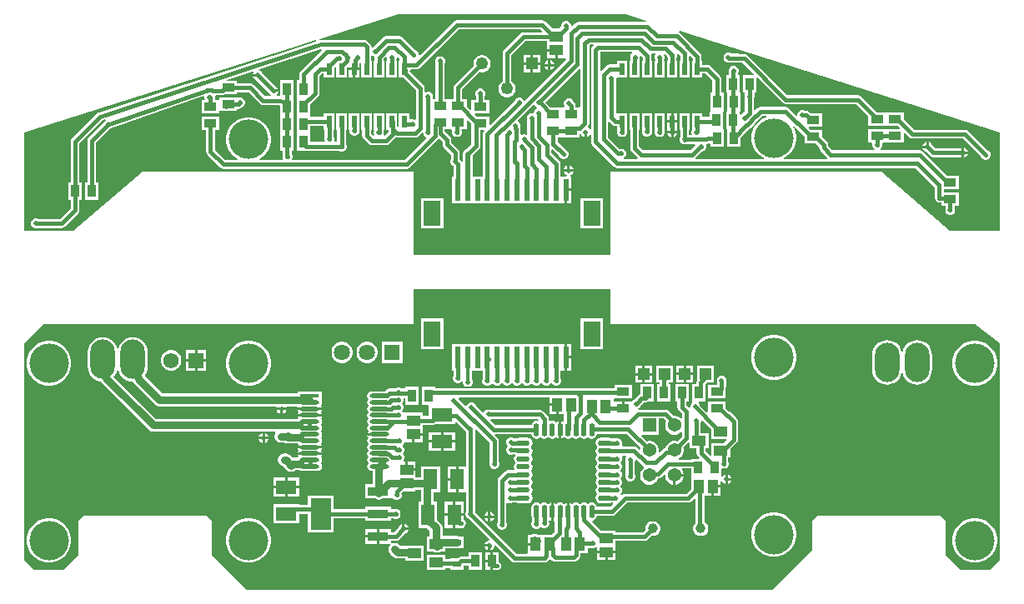
<source format=gtl>
G04*
G04 #@! TF.GenerationSoftware,Altium Limited,Altium Designer,23.10.1 (27)*
G04*
G04 Layer_Physical_Order=1*
G04 Layer_Color=255*
%FSLAX44Y44*%
%MOMM*%
G71*
G04*
G04 #@! TF.SameCoordinates,E985FA8A-299A-4084-AA3F-4317102C53E2*
G04*
G04*
G04 #@! TF.FilePolarity,Positive*
G04*
G01*
G75*
%ADD17R,2.1500X0.9500*%
%ADD18R,2.1500X3.2500*%
%ADD19R,1.3500X1.1000*%
%ADD20R,0.8500X1.3000*%
%ADD21R,0.5800X1.1800*%
%ADD22R,1.3000X0.8500*%
%ADD23R,0.6000X2.2000*%
%ADD24R,1.8000X2.6000*%
%ADD25R,1.9536X0.4321*%
G04:AMPARAMS|DCode=26|XSize=1.9536mm|YSize=0.4321mm|CornerRadius=0.2161mm|HoleSize=0mm|Usage=FLASHONLY|Rotation=0.000|XOffset=0mm|YOffset=0mm|HoleType=Round|Shape=RoundedRectangle|*
%AMROUNDEDRECTD26*
21,1,1.9536,0.0000,0,0,0.0*
21,1,1.5215,0.4321,0,0,0.0*
1,1,0.4321,0.7607,0.0000*
1,1,0.4321,-0.7607,0.0000*
1,1,0.4321,-0.7607,0.0000*
1,1,0.4321,0.7607,0.0000*
%
%ADD26ROUNDEDRECTD26*%
%ADD27R,2.1300X1.4200*%
%ADD28R,1.4200X2.1300*%
%ADD29R,1.4000X1.0000*%
%ADD30R,0.8300X0.6300*%
%ADD31R,1.2000X1.2000*%
%ADD32R,1.1000X1.3500*%
%ADD33O,1.3500X0.5500*%
%ADD34O,0.5500X1.3500*%
%ADD48C,1.5700*%
%ADD49R,1.5700X1.5700*%
%ADD59C,0.3810*%
%ADD60C,0.7620*%
%ADD61C,0.5080*%
%ADD62C,0.3048*%
%ADD63C,1.6350*%
%ADD64R,1.6350X1.6350*%
%ADD65C,4.0000*%
%ADD66O,2.5000X4.0000*%
%ADD67R,1.2500X1.2500*%
%ADD68C,1.2500*%
%ADD69C,1.3700*%
%ADD70R,1.3700X1.3700*%
%ADD71C,1.0070*%
%ADD72C,0.5000*%
G36*
X971210Y963302D02*
X971014Y962032D01*
X902500D01*
X902500Y962032D01*
X900766Y961687D01*
X899295Y960705D01*
X896310Y957719D01*
X895040Y958245D01*
Y959003D01*
X894273Y960855D01*
X892855Y962273D01*
X891003Y963040D01*
X888997D01*
X887145Y962273D01*
X885727Y960855D01*
X884960Y959003D01*
Y957119D01*
X882881Y955040D01*
X876369D01*
X869205Y962205D01*
X867734Y963187D01*
X866000Y963532D01*
X779000D01*
X777266Y963187D01*
X775795Y962205D01*
X741632Y928041D01*
X740362Y928567D01*
Y929681D01*
X739594Y931533D01*
X738177Y932951D01*
X736950Y933459D01*
X724205Y946205D01*
X722734Y947187D01*
X721000Y947532D01*
X707000D01*
X707000Y947532D01*
X705266Y947187D01*
X703795Y946205D01*
X694371Y936781D01*
X693302Y936338D01*
X692952Y936382D01*
X692857Y936420D01*
X691956Y936880D01*
X691687Y938234D01*
X690705Y939705D01*
X688205Y942205D01*
X686734Y943187D01*
X685000Y943532D01*
X641000D01*
X640302Y943393D01*
X639757Y943328D01*
X639488Y944575D01*
X720000Y970000D01*
X950000D01*
X971210Y963302D01*
D02*
G37*
G36*
X865885Y952705D02*
X865399Y951532D01*
X847000D01*
X845266Y951187D01*
X843795Y950205D01*
X843795Y950205D01*
X826795Y933205D01*
X825813Y931734D01*
X825468Y930000D01*
Y901783D01*
X824603Y901284D01*
X822966Y899647D01*
X821809Y897643D01*
X821210Y895407D01*
Y893093D01*
X821809Y890857D01*
X822966Y888853D01*
X824603Y887216D01*
X826607Y886059D01*
X828843Y885460D01*
X831157D01*
X833393Y886059D01*
X835397Y887216D01*
X837034Y888853D01*
X838191Y890857D01*
X838790Y893093D01*
Y895407D01*
X838191Y897643D01*
X837034Y899647D01*
X835397Y901284D01*
X834532Y901783D01*
Y928123D01*
X848877Y942468D01*
X870710D01*
Y934270D01*
X880000D01*
Y933000D01*
X881270D01*
Y924960D01*
X889255D01*
X890128Y924037D01*
X848217Y882127D01*
X846972Y882374D01*
X846773Y882855D01*
X845355Y884273D01*
X843503Y885040D01*
X841497D01*
X839645Y884273D01*
X838227Y882855D01*
X837719Y881629D01*
X813213Y857123D01*
X812040Y857609D01*
Y865790D01*
X800093D01*
X799655Y865877D01*
X799282D01*
X797123Y868037D01*
X797609Y869210D01*
X812040D01*
Y882790D01*
X807532D01*
Y886771D01*
X808040Y887998D01*
Y890003D01*
X807273Y891855D01*
X805855Y893273D01*
X804003Y894040D01*
X801998D01*
X800145Y893273D01*
X798727Y891855D01*
X797960Y890003D01*
Y887998D01*
X798468Y886771D01*
Y882790D01*
X793960D01*
Y872859D01*
X792787Y872373D01*
X789040Y876119D01*
Y883290D01*
X784532D01*
Y893173D01*
X802478Y911118D01*
X803443Y910860D01*
X805757D01*
X807993Y911459D01*
X809997Y912616D01*
X811634Y914253D01*
X812791Y916257D01*
X813390Y918493D01*
Y920807D01*
X812791Y923043D01*
X811634Y925047D01*
X809997Y926684D01*
X807993Y927841D01*
X805757Y928440D01*
X803443D01*
X801207Y927841D01*
X799203Y926684D01*
X797566Y925047D01*
X796409Y923043D01*
X795810Y920807D01*
Y918493D01*
X796068Y917528D01*
X776795Y898255D01*
X775813Y896784D01*
X775468Y895050D01*
Y883290D01*
X766532D01*
Y919771D01*
X767040Y920997D01*
Y923002D01*
X766273Y924855D01*
X764855Y926273D01*
X763002Y927040D01*
X760997D01*
X759145Y926273D01*
X757727Y924855D01*
X756960Y923002D01*
Y920997D01*
X757468Y919771D01*
Y883290D01*
X755707D01*
X754859Y884560D01*
X755040Y884997D01*
Y887002D01*
X754273Y888855D01*
X752855Y890273D01*
X751003Y891040D01*
X748997D01*
X747802Y890545D01*
X746532Y891319D01*
Y894700D01*
X746532Y894700D01*
X746187Y896434D01*
X745205Y897905D01*
X731276Y911833D01*
X731411Y913135D01*
X732310Y913563D01*
X738095D01*
X739829Y913908D01*
X741300Y914890D01*
X780877Y954468D01*
X864123D01*
X865885Y952705D01*
D02*
G37*
G36*
X572585Y911044D02*
X572774Y910663D01*
X572160Y909181D01*
X577089D01*
Y906641D01*
X572160D01*
X572817Y905056D01*
X574234Y903638D01*
X575460Y903130D01*
X588219Y890371D01*
X588727Y889145D01*
X590070Y887802D01*
X590040Y887437D01*
X589712Y886532D01*
X584175D01*
X572502Y898205D01*
X571032Y899187D01*
X569297Y899532D01*
X556040D01*
Y901790D01*
X545496D01*
X545297Y903044D01*
X572002Y911747D01*
X572585Y911044D01*
D02*
G37*
G36*
X904468Y913899D02*
Y876383D01*
X904040Y875290D01*
X899532D01*
Y877000D01*
X899187Y878734D01*
X898205Y880205D01*
X897781Y880629D01*
X897273Y881855D01*
X895855Y883273D01*
X894003Y884040D01*
X891998D01*
X890145Y883273D01*
X888727Y881855D01*
X887960Y880003D01*
Y877998D01*
X888555Y876560D01*
X887923Y875290D01*
X874369D01*
X869284Y880375D01*
X903295Y914385D01*
X904468Y913899D01*
D02*
G37*
G36*
X957040Y930563D02*
X957070Y930198D01*
X955727Y928855D01*
X954960Y927002D01*
Y924997D01*
X955068Y924737D01*
Y922540D01*
X954160D01*
Y905660D01*
X965040D01*
Y922540D01*
X965040Y922540D01*
X964548Y923810D01*
X965040Y924997D01*
Y926755D01*
X965740Y927226D01*
X966213Y927377D01*
X967768Y925823D01*
Y922540D01*
X966860D01*
Y905660D01*
X977740D01*
Y922540D01*
X976832D01*
Y927700D01*
X976594Y928898D01*
X977408Y930168D01*
X980381D01*
X980867Y928995D01*
X980727Y928855D01*
X979960Y927002D01*
Y924997D01*
X980468Y923771D01*
Y922540D01*
X979560D01*
Y905660D01*
X990440D01*
Y922540D01*
X989532D01*
Y923771D01*
X990040Y924997D01*
Y927002D01*
X989508Y928286D01*
X990585Y929006D01*
X992660Y926931D01*
Y926697D01*
X993168Y925471D01*
Y922540D01*
X992260D01*
Y905660D01*
X1003140D01*
Y922540D01*
X1002232D01*
Y925471D01*
X1002740Y926697D01*
Y928702D01*
X1002491Y929304D01*
X1003568Y930023D01*
X1005868Y927723D01*
Y922540D01*
X1004960D01*
Y905660D01*
X1015840D01*
Y922540D01*
X1014932D01*
Y926999D01*
X1016105Y927485D01*
X1018568Y925023D01*
Y922540D01*
X1017660D01*
Y905660D01*
X1028540D01*
Y909468D01*
X1031123D01*
X1038468Y902123D01*
Y890040D01*
X1036210D01*
Y871960D01*
X1035710Y871040D01*
X1035710D01*
Y865532D01*
X1028540D01*
Y869340D01*
X1017660D01*
Y852460D01*
X1017660D01*
X1017909Y852087D01*
X1017460Y851003D01*
Y848997D01*
X1017748Y848302D01*
X1016899Y847032D01*
X1014932D01*
Y852460D01*
X1015840D01*
Y869340D01*
X1004960D01*
Y852460D01*
X1005868D01*
Y845496D01*
X1005727Y845355D01*
X1004960Y843503D01*
Y841497D01*
X1005727Y839645D01*
X1007145Y838227D01*
X1008997Y837460D01*
X1011003D01*
X1012229Y837968D01*
X1020762D01*
X1021289Y836698D01*
X1016123Y831532D01*
X967877D01*
X964132Y835277D01*
Y852460D01*
X965040D01*
Y869340D01*
X954160D01*
Y852460D01*
X955068D01*
Y833400D01*
X955413Y831666D01*
X956395Y830195D01*
X962789Y823802D01*
X962788Y823773D01*
X962400Y822532D01*
X949288D01*
X948960Y823437D01*
X948930Y823802D01*
X950273Y825145D01*
X951040Y826998D01*
Y829003D01*
X950273Y830855D01*
X948855Y832273D01*
X947002Y833040D01*
X944997D01*
X944553Y832856D01*
X932532Y844877D01*
Y860062D01*
X933802Y860589D01*
X936695Y857695D01*
X936695Y857695D01*
X938166Y856713D01*
X939900Y856368D01*
X939900Y856368D01*
X941460D01*
Y852460D01*
X941460D01*
X942038Y851190D01*
X941960Y851003D01*
Y848997D01*
X942727Y847145D01*
X944145Y845727D01*
X945997Y844960D01*
X948002D01*
X949855Y845727D01*
X951273Y847145D01*
X952040Y848997D01*
Y851003D01*
X951962Y851190D01*
X952340Y852460D01*
X952340D01*
Y869340D01*
X941460D01*
X940532Y870166D01*
Y902771D01*
X941040Y903997D01*
Y904564D01*
X941460Y905660D01*
X942213Y905660D01*
X952340D01*
Y922540D01*
X941460D01*
Y918632D01*
X934100D01*
X934100Y918632D01*
X932366Y918287D01*
X930895Y917305D01*
X930895Y917305D01*
X925802Y912211D01*
X924532Y912737D01*
Y931468D01*
X956712D01*
X957040Y930563D01*
D02*
G37*
G36*
X641724Y933134D02*
X620295Y911705D01*
X619313Y910234D01*
X618968Y908500D01*
Y903040D01*
X616710D01*
Y884960D01*
Y866960D01*
Y848960D01*
Y830960D01*
X625407D01*
X625845Y830873D01*
X659859D01*
X661097Y830360D01*
X663102D01*
X664955Y831127D01*
X666373Y832545D01*
X667140Y834398D01*
Y836403D01*
X666632Y837629D01*
Y852460D01*
X667540D01*
Y869340D01*
X656660D01*
Y852460D01*
X657568D01*
Y839937D01*
X655537D01*
X654831Y840993D01*
X655040Y841497D01*
Y843503D01*
X654273Y845355D01*
X653932Y845695D01*
Y852460D01*
X654840D01*
Y869340D01*
X643960D01*
Y865432D01*
X630290D01*
Y878631D01*
X631059Y879399D01*
X631102Y879408D01*
X632572Y880390D01*
X638205Y886023D01*
X639187Y887493D01*
X639532Y889228D01*
Y907123D01*
X641877Y909468D01*
X643960D01*
Y905660D01*
X654840D01*
Y915765D01*
X655390Y916192D01*
X656660Y915570D01*
Y905660D01*
X667540D01*
Y915765D01*
X668090Y916192D01*
X669360Y915570D01*
Y915370D01*
X674800D01*
X680240D01*
Y916357D01*
X680327Y916795D01*
Y920097D01*
X680790Y920391D01*
X682060Y919692D01*
Y905660D01*
X692940D01*
Y922540D01*
X692032D01*
Y927181D01*
X693302Y927662D01*
X694997Y926960D01*
X695044D01*
X695668Y926200D01*
Y922540D01*
X694760D01*
Y905660D01*
X705640D01*
Y922540D01*
X704732D01*
Y924323D01*
X706690Y926281D01*
X707960Y925755D01*
Y924997D01*
X708468Y923771D01*
Y922540D01*
X707460D01*
Y905660D01*
X718340D01*
Y922540D01*
X717532D01*
Y923771D01*
X718040Y924997D01*
Y925755D01*
X719310Y926281D01*
X721068Y924523D01*
Y922540D01*
X720160D01*
Y905660D01*
X724631D01*
X737468Y892823D01*
Y863319D01*
X736198Y862545D01*
X735003Y863040D01*
X732998D01*
X732310Y862755D01*
X731040Y863460D01*
Y869340D01*
X720160D01*
Y856014D01*
X718890Y855366D01*
X718427Y855702D01*
Y858105D01*
X718391Y858289D01*
X718532Y859000D01*
Y861000D01*
X718340Y861966D01*
Y869340D01*
X707460D01*
Y852460D01*
X709468D01*
Y849877D01*
X705921Y846330D01*
X705569Y846402D01*
X704797Y847855D01*
X705040Y848443D01*
Y850447D01*
X704732Y851191D01*
Y852460D01*
X705640D01*
Y869340D01*
X694760D01*
Y852460D01*
X694760D01*
X695268Y851190D01*
X694960Y850447D01*
Y848443D01*
X695203Y847855D01*
X694431Y846402D01*
X694079Y846330D01*
X692032Y848377D01*
Y852460D01*
X692940D01*
Y869340D01*
X682060D01*
Y852460D01*
X682968D01*
Y846500D01*
X683313Y844766D01*
X684295Y843295D01*
X689795Y837795D01*
X691266Y836813D01*
X693000Y836468D01*
X707000D01*
X708734Y836813D01*
X710205Y837795D01*
X717064Y844654D01*
X718000Y844468D01*
X736768D01*
X738503Y844813D01*
X739973Y845795D01*
X743690Y849512D01*
X744960Y848987D01*
Y848443D01*
X745727Y846590D01*
X747145Y845172D01*
X747940Y844843D01*
X748188Y843597D01*
X726123Y821532D01*
X612319D01*
X611545Y822802D01*
X612040Y823997D01*
Y826003D01*
X611304Y827778D01*
Y830960D01*
X613290D01*
Y848960D01*
Y866960D01*
Y884960D01*
Y903040D01*
X599710D01*
Y886532D01*
X596288D01*
X595960Y887437D01*
X595930Y887802D01*
X597273Y889145D01*
X597929Y890730D01*
X593000D01*
Y893270D01*
X597929D01*
X597273Y894855D01*
X595855Y896273D01*
X594629Y896781D01*
X581870Y909540D01*
X581362Y910766D01*
X579944Y912184D01*
X578841Y912640D01*
X578894Y913993D01*
X641041Y934247D01*
X641724Y933134D01*
D02*
G37*
G36*
X917767Y937945D02*
X916795Y936973D01*
X915813Y935502D01*
X915468Y933768D01*
Y853288D01*
X914563Y852960D01*
X914198Y852930D01*
X912855Y854273D01*
X912374Y854472D01*
X912168Y855511D01*
X912268Y855890D01*
X913187Y857266D01*
X913532Y859000D01*
X913532Y859000D01*
Y938123D01*
X914527Y939118D01*
X917281D01*
X917767Y937945D01*
D02*
G37*
G36*
X858028Y877626D02*
X858227Y877145D01*
X859645Y875727D01*
X860731Y875277D01*
X860745Y875199D01*
X860605Y873955D01*
X859090Y873328D01*
X857672Y871910D01*
X856905Y870058D01*
Y869643D01*
X856003Y869040D01*
X853997D01*
X852145Y868273D01*
X850727Y866855D01*
X849960Y865003D01*
Y862998D01*
X850468Y861771D01*
Y848101D01*
X849198Y847252D01*
X848503Y847540D01*
X846497D01*
X845247Y847022D01*
X843977Y847764D01*
Y852877D01*
X843632Y854611D01*
X843480Y854839D01*
X843690Y855348D01*
Y857353D01*
X842923Y859205D01*
X841505Y860623D01*
X841166Y860763D01*
X840918Y862009D01*
X856783Y877873D01*
X858028Y877626D01*
D02*
G37*
G36*
X793960Y858381D02*
Y857093D01*
X793873Y856655D01*
Y837782D01*
X788465Y832374D01*
X788018Y832285D01*
X787423Y831888D01*
X787145Y831773D01*
X786932Y831560D01*
X786338Y831162D01*
X785940Y830568D01*
X785727Y830355D01*
X785612Y830077D01*
X785215Y829482D01*
X785075Y828781D01*
X784960Y828503D01*
Y828201D01*
X784820Y827500D01*
Y820250D01*
X783550Y819865D01*
X783205Y820383D01*
X783205Y820383D01*
X782508Y821079D01*
X782032Y822229D01*
Y829000D01*
X781687Y830734D01*
X780705Y832205D01*
X780705Y832205D01*
X773532Y839377D01*
Y842000D01*
X773532Y842000D01*
X773187Y843734D01*
X772205Y845205D01*
X772205Y845205D01*
X766532Y850877D01*
Y852710D01*
X773293D01*
X774141Y851440D01*
X773960Y851003D01*
Y848997D01*
X774727Y847145D01*
X776145Y845727D01*
X777998Y844960D01*
X780003D01*
X781855Y845727D01*
X783273Y847145D01*
X784040Y848997D01*
Y851003D01*
X783859Y851440D01*
X784707Y852710D01*
X789040D01*
Y861641D01*
X790213Y862127D01*
X793960Y858381D01*
D02*
G37*
G36*
X643960Y852460D02*
X644868D01*
Y843100D01*
X644960Y842637D01*
Y841497D01*
X645169Y840993D01*
X644463Y839937D01*
X630290D01*
Y848960D01*
Y856368D01*
X643960D01*
Y852460D01*
D02*
G37*
G36*
X1109795Y879795D02*
X1111266Y878813D01*
X1113000Y878468D01*
X1113000Y878468D01*
X1184623D01*
X1196960Y866131D01*
Y856710D01*
X1226631D01*
X1228877Y854463D01*
X1228391Y853290D01*
X1196960D01*
Y839710D01*
X1200293D01*
X1201141Y838440D01*
X1200960Y838002D01*
Y835997D01*
X1201727Y834145D01*
X1203070Y832802D01*
X1203040Y832437D01*
X1202712Y831532D01*
X1160454D01*
X1156109Y835877D01*
Y836673D01*
X1156109Y836673D01*
X1155764Y838407D01*
X1154782Y839878D01*
X1154782Y839878D01*
X1150040Y844619D01*
Y851790D01*
X1138619D01*
X1136373Y854037D01*
X1136859Y855210D01*
X1150040D01*
Y868790D01*
X1138369D01*
X1136955Y870205D01*
X1135484Y871187D01*
X1133750Y871532D01*
X1132229D01*
X1131003Y872040D01*
X1128997D01*
X1127145Y871273D01*
X1125727Y869855D01*
X1124960Y868002D01*
Y867245D01*
X1123690Y866719D01*
X1116205Y874205D01*
X1114734Y875187D01*
X1113000Y875532D01*
X1087000D01*
X1085266Y875187D01*
X1083795Y874205D01*
X1083795Y874205D01*
X1081705Y872115D01*
X1080532Y872601D01*
Y883626D01*
X1080959Y884266D01*
X1081304Y886000D01*
Y889960D01*
X1083290D01*
Y904641D01*
X1084463Y905127D01*
X1109795Y879795D01*
D02*
G37*
G36*
X1131960Y845631D02*
Y838210D01*
X1143631D01*
X1147045Y834796D01*
Y834000D01*
X1147390Y832266D01*
X1148372Y830795D01*
X1155366Y823802D01*
X1155366Y823773D01*
X1154977Y822532D01*
X1111327D01*
X1111079Y823778D01*
X1111677Y824025D01*
X1115368Y826492D01*
X1118508Y829632D01*
X1120975Y833323D01*
X1122674Y837425D01*
X1123540Y841780D01*
Y846220D01*
X1122674Y850575D01*
X1120975Y854677D01*
X1120686Y855108D01*
X1121673Y855918D01*
X1131960Y845631D01*
D02*
G37*
G36*
X1330000Y850000D02*
Y750000D01*
X1280000D01*
X1210000Y810000D01*
X935000D01*
Y725000D01*
X735000D01*
Y810000D01*
X460000D01*
X390000Y750000D01*
X340000D01*
Y850000D01*
X609800Y935200D01*
X636070Y943496D01*
X636458Y942287D01*
X415596Y870309D01*
X415440Y870222D01*
X415266Y870187D01*
X414674Y869792D01*
X414054Y869444D01*
X413943Y869304D01*
X413795Y869205D01*
X388295Y843705D01*
X387313Y842234D01*
X386968Y840500D01*
Y799040D01*
X384710D01*
Y780960D01*
X386968D01*
Y772377D01*
X376123Y761532D01*
X354229D01*
X353003Y762040D01*
X350998D01*
X349145Y761273D01*
X347727Y759855D01*
X346960Y758002D01*
Y755997D01*
X347727Y754145D01*
X349145Y752727D01*
X350998Y751960D01*
X353003D01*
X354229Y752468D01*
X378000D01*
X379734Y752813D01*
X381205Y753795D01*
X394705Y767295D01*
X395687Y768766D01*
X396032Y770500D01*
X396032Y770500D01*
Y780960D01*
X398290D01*
Y799040D01*
X396032D01*
Y838623D01*
X419437Y862027D01*
X422323Y862968D01*
X422908Y861893D01*
X421372Y860715D01*
X421172Y860582D01*
X405295Y844705D01*
X404313Y843234D01*
X403968Y841500D01*
Y799040D01*
X401710D01*
Y780960D01*
X415290D01*
Y799040D01*
X413032D01*
Y839623D01*
X427406Y853997D01*
X427654Y854100D01*
Y854100D01*
X427659Y854121D01*
X521862Y886474D01*
X522960Y885508D01*
Y884053D01*
X523253Y883346D01*
X522547Y882290D01*
X519960D01*
Y868710D01*
X538040D01*
Y871210D01*
X556040D01*
Y873468D01*
X557000D01*
X558734Y873813D01*
X560205Y874795D01*
X560629Y875219D01*
X561855Y875727D01*
X563273Y877145D01*
X564040Y878997D01*
Y881003D01*
X563273Y882855D01*
X561855Y884273D01*
X560003Y885040D01*
X557998D01*
X557310Y884755D01*
X556040Y884790D01*
X556040Y884790D01*
X556040Y884790D01*
X537960D01*
Y882290D01*
X533532D01*
Y885000D01*
X533532Y885000D01*
X533294Y886198D01*
X534108Y887468D01*
X541000D01*
X542734Y887813D01*
X543329Y888210D01*
X556040D01*
Y890468D01*
X567420D01*
X579093Y878795D01*
X579093Y878795D01*
X580563Y877813D01*
X582298Y877468D01*
X598648D01*
X598700Y877390D01*
X599710Y876716D01*
Y866960D01*
Y848960D01*
Y830960D01*
X602240D01*
Y826679D01*
X601960Y826003D01*
Y823997D01*
X602455Y822802D01*
X601681Y821532D01*
X578976D01*
X578591Y822802D01*
X581868Y824992D01*
X585008Y828132D01*
X587475Y831823D01*
X589174Y835925D01*
X590040Y840280D01*
Y844720D01*
X589174Y849075D01*
X587475Y853177D01*
X585008Y856868D01*
X581868Y860008D01*
X578177Y862475D01*
X574075Y864174D01*
X569720Y865040D01*
X565280D01*
X560925Y864174D01*
X556823Y862475D01*
X553132Y860008D01*
X549992Y856868D01*
X547525Y853177D01*
X545826Y849075D01*
X544960Y844720D01*
Y840280D01*
X545826Y835925D01*
X547525Y831823D01*
X549992Y828132D01*
X553132Y824992D01*
X556409Y822802D01*
X556024Y821532D01*
X543877D01*
X533532Y831877D01*
Y851710D01*
X538040D01*
Y865290D01*
X519960D01*
Y851710D01*
X524468D01*
Y830000D01*
X524813Y828266D01*
X525795Y826795D01*
X538795Y813795D01*
X540266Y812813D01*
X542000Y812468D01*
X728000D01*
X729734Y812813D01*
X731205Y813795D01*
X760610Y843200D01*
X760610Y843200D01*
X761320Y843270D01*
X764468Y840123D01*
Y837500D01*
X764813Y835766D01*
X765795Y834295D01*
X772968Y827123D01*
Y822229D01*
X772460Y821003D01*
Y818997D01*
X773227Y817145D01*
X774645Y815727D01*
X775322Y815447D01*
X775468Y815301D01*
Y805040D01*
X774460D01*
Y777960D01*
X888730D01*
Y791500D01*
X890000D01*
Y792770D01*
X895540D01*
Y805040D01*
X894467D01*
X894215Y806310D01*
X895355Y806782D01*
X896773Y808200D01*
X897429Y809785D01*
X887571D01*
X888227Y808200D01*
X889645Y806782D01*
X890785Y806310D01*
X890533Y805040D01*
X884532D01*
Y817500D01*
X884187Y819234D01*
X883205Y820705D01*
X875182Y828727D01*
Y831749D01*
X876355Y832235D01*
X882719Y825871D01*
X883227Y824645D01*
X884645Y823227D01*
X886497Y822460D01*
X888503D01*
X890355Y823227D01*
X891773Y824645D01*
X892540Y826497D01*
Y828503D01*
X891773Y830355D01*
X890355Y831773D01*
X889129Y832281D01*
X881532Y839877D01*
Y844710D01*
X904040D01*
Y847900D01*
X905310Y848153D01*
X905727Y847145D01*
X907145Y845727D01*
X908730Y845071D01*
Y850000D01*
X911270D01*
Y845071D01*
X912855Y845727D01*
X914198Y847070D01*
X914563Y847040D01*
X915468Y846712D01*
Y840000D01*
X915813Y838266D01*
X916795Y836795D01*
X938795Y814795D01*
X940266Y813813D01*
X942000Y813468D01*
X1245123D01*
X1264468Y794123D01*
Y783000D01*
X1264813Y781266D01*
X1265795Y779795D01*
X1267266Y778813D01*
X1269000Y778468D01*
X1270960D01*
Y774710D01*
X1275468D01*
Y773229D01*
X1274960Y772002D01*
Y769997D01*
X1275727Y768145D01*
X1277145Y766727D01*
X1278997Y765960D01*
X1281003D01*
X1282855Y766727D01*
X1284273Y768145D01*
X1285040Y769997D01*
Y772002D01*
X1284532Y773229D01*
Y774710D01*
X1289040D01*
Y788290D01*
X1273532D01*
Y791710D01*
X1289040D01*
Y805290D01*
X1277369D01*
X1252455Y830205D01*
X1250984Y831187D01*
X1249250Y831532D01*
X1209288D01*
X1208960Y832437D01*
X1208930Y832802D01*
X1210273Y834145D01*
X1211040Y835997D01*
Y838002D01*
X1210859Y838440D01*
X1211707Y839710D01*
X1233040D01*
Y848641D01*
X1234213Y849127D01*
X1238545Y844795D01*
X1240016Y843813D01*
X1241750Y843468D01*
X1293123D01*
X1311219Y825371D01*
X1311727Y824145D01*
X1313145Y822727D01*
X1314998Y821960D01*
X1317003D01*
X1318855Y822727D01*
X1320273Y824145D01*
X1321040Y825997D01*
Y828002D01*
X1320273Y829855D01*
X1318855Y831273D01*
X1317629Y831781D01*
X1298205Y851205D01*
X1296734Y852187D01*
X1295000Y852532D01*
X1243627D01*
X1233040Y863119D01*
Y870290D01*
X1205619D01*
X1189705Y886205D01*
X1188234Y887187D01*
X1186500Y887532D01*
X1114877D01*
X1074205Y928205D01*
X1072734Y929187D01*
X1071000Y929532D01*
X1066356D01*
X1066352Y929535D01*
X1064618Y929880D01*
X1057364D01*
X1055798Y930528D01*
X1053793D01*
X1051941Y929761D01*
X1050523Y928343D01*
X1049756Y926491D01*
Y924486D01*
X1050523Y922633D01*
X1051941Y921216D01*
X1053793Y920448D01*
X1055798D01*
X1056685Y920816D01*
X1063227D01*
X1063231Y920813D01*
X1064966Y920468D01*
X1069123D01*
X1080377Y909213D01*
X1079891Y908040D01*
X1069710D01*
Y889960D01*
X1071036D01*
X1071389Y889397D01*
X1071659Y888690D01*
X1070960Y887002D01*
Y884997D01*
X1071468Y883771D01*
Y871254D01*
X1068821Y868608D01*
X1068145Y868328D01*
X1067560Y867743D01*
X1066290Y868269D01*
Y871040D01*
X1066790Y871960D01*
X1066790D01*
Y890040D01*
X1066290D01*
Y908040D01*
X1064304D01*
Y909222D01*
X1065040Y910997D01*
Y913002D01*
X1064273Y914855D01*
X1062855Y916273D01*
X1061003Y917040D01*
X1058997D01*
X1057145Y916273D01*
X1055727Y914855D01*
X1054960Y913002D01*
Y910997D01*
X1055240Y910321D01*
Y908040D01*
X1052710D01*
Y889960D01*
X1053210D01*
Y871960D01*
X1052710Y871040D01*
X1052710D01*
Y852960D01*
X1053210D01*
Y834960D01*
X1066790D01*
Y844381D01*
X1075263Y852854D01*
X1075611Y852923D01*
X1077081Y853905D01*
X1081150Y857974D01*
X1082132Y859444D01*
X1082201Y859792D01*
X1088877Y866468D01*
X1093024D01*
X1093277Y865198D01*
X1090323Y863975D01*
X1086632Y861508D01*
X1083492Y858368D01*
X1081025Y854677D01*
X1079326Y850575D01*
X1078460Y846220D01*
Y841780D01*
X1079326Y837425D01*
X1081025Y833323D01*
X1083492Y829632D01*
X1086632Y826492D01*
X1090323Y824025D01*
X1090921Y823778D01*
X1090674Y822532D01*
X1021600D01*
X1021212Y823773D01*
X1021211Y823802D01*
X1027924Y830515D01*
X1028002D01*
X1029855Y831282D01*
X1031273Y832700D01*
X1032040Y834553D01*
Y836557D01*
X1031902Y836890D01*
X1032805Y838029D01*
X1034234Y838313D01*
X1034940Y838784D01*
X1036210Y838105D01*
Y834960D01*
X1049790D01*
Y853040D01*
X1049290D01*
Y871040D01*
X1049790Y871960D01*
X1049790D01*
Y890040D01*
X1047532D01*
Y904000D01*
X1047532Y904000D01*
X1047187Y905734D01*
X1046205Y907205D01*
X1036205Y917205D01*
X1034734Y918187D01*
X1033000Y918532D01*
X1028540D01*
Y922540D01*
X1027632D01*
Y926900D01*
X1027287Y928634D01*
X1026305Y930105D01*
X1005705Y950705D01*
X1004648Y951411D01*
X1005202Y952568D01*
X1330000Y850000D01*
D02*
G37*
G36*
X807127Y851037D02*
X806795Y850705D01*
X805813Y849234D01*
X805468Y847500D01*
Y805040D01*
X795180D01*
Y826270D01*
X801610Y832700D01*
X801610Y832700D01*
X802592Y834171D01*
X802937Y835905D01*
Y852210D01*
X806641D01*
X807127Y851037D01*
D02*
G37*
G36*
X935000Y655000D02*
X1305000D01*
X1330000Y635000D01*
Y415000D01*
X1320000Y405000D01*
X1290000D01*
X1275000Y420000D01*
X1275000Y455000D01*
X1270000Y460000D01*
X1145000D01*
X1140000Y455000D01*
Y425000D01*
X1100000Y385000D01*
X565000D01*
X530000Y420000D01*
Y455000D01*
X525000Y460000D01*
X400000D01*
X395000Y455000D01*
Y420000D01*
X380000Y405000D01*
X350000D01*
X340000Y415000D01*
Y635000D01*
X360000Y655000D01*
X735000Y655000D01*
Y690000D01*
X935000D01*
Y655000D01*
D02*
G37*
%LPC*%
G36*
X878730Y931730D02*
X870710D01*
Y931593D01*
X870623Y931155D01*
X870710Y930717D01*
Y924960D01*
X878730D01*
Y931730D01*
D02*
G37*
G36*
X864190Y928440D02*
X856670D01*
Y920920D01*
X864190D01*
Y928440D01*
D02*
G37*
G36*
X854130D02*
X846610D01*
Y920920D01*
X854130D01*
Y928440D01*
D02*
G37*
G36*
X874270Y922929D02*
Y919270D01*
X877929D01*
X877273Y920855D01*
X875855Y922273D01*
X874270Y922929D01*
D02*
G37*
G36*
X871730D02*
X870145Y922273D01*
X868727Y920855D01*
X868071Y919270D01*
X871730D01*
Y922929D01*
D02*
G37*
G36*
X877929Y916730D02*
X874270D01*
Y913071D01*
X875855Y913727D01*
X877273Y915145D01*
X877929Y916730D01*
D02*
G37*
G36*
X871730D02*
X868071D01*
X868727Y915145D01*
X870145Y913727D01*
X871730Y913071D01*
Y916730D01*
D02*
G37*
G36*
X864190Y918380D02*
X856670D01*
Y910860D01*
X864190D01*
Y918380D01*
D02*
G37*
G36*
X854130D02*
X846610D01*
Y910860D01*
X854130D01*
Y918380D01*
D02*
G37*
G36*
X1003140Y869340D02*
X998970D01*
Y862170D01*
X1003140D01*
Y869340D01*
D02*
G37*
G36*
X996430D02*
X992260D01*
Y862170D01*
X996430D01*
Y869340D01*
D02*
G37*
G36*
X1003140Y859630D02*
X992260D01*
Y852460D01*
X992260D01*
X992862Y851190D01*
X992771Y850970D01*
X1002629D01*
X1002538Y851190D01*
X1003140Y852460D01*
X1003140D01*
Y859630D01*
D02*
G37*
G36*
X977740Y869340D02*
X966860D01*
Y852460D01*
X966860D01*
X967280Y851831D01*
X966960Y851058D01*
Y849053D01*
X967727Y847200D01*
X969145Y845782D01*
X970997Y845015D01*
X973002D01*
X974855Y845782D01*
X976273Y847200D01*
X977040Y849053D01*
Y851058D01*
X976985Y851190D01*
X977740Y852460D01*
X977740D01*
Y869340D01*
D02*
G37*
G36*
X990440D02*
X979560D01*
Y852460D01*
X979560D01*
X980038Y851190D01*
X979960Y851003D01*
Y848997D01*
X980727Y847145D01*
X982145Y845727D01*
X983997Y844960D01*
X986003D01*
X987855Y845727D01*
X989273Y847145D01*
X990040Y848997D01*
Y851003D01*
X989962Y851190D01*
X990440Y852460D01*
X990440D01*
Y869340D01*
D02*
G37*
G36*
X1002629Y848430D02*
X998970D01*
Y844771D01*
X1000555Y845427D01*
X1001973Y846845D01*
X1002629Y848430D01*
D02*
G37*
G36*
X996430D02*
X992771D01*
X993427Y846845D01*
X994845Y845427D01*
X996430Y844771D01*
Y848430D01*
D02*
G37*
G36*
X680240Y912830D02*
X676070D01*
Y905660D01*
X680240D01*
Y912830D01*
D02*
G37*
G36*
X673530D02*
X669360D01*
Y905660D01*
X673530D01*
Y912830D01*
D02*
G37*
G36*
X680240Y869340D02*
X669360D01*
Y852460D01*
X669654D01*
X669960Y852002D01*
Y849997D01*
X670727Y848145D01*
X672145Y846727D01*
X673997Y845960D01*
X676003D01*
X677855Y846727D01*
X679273Y848145D01*
X680040Y849997D01*
Y852002D01*
X680000Y852100D01*
X680240Y852460D01*
X680240D01*
Y869340D01*
D02*
G37*
G36*
X1255730Y839929D02*
X1254145Y839273D01*
X1252727Y837855D01*
X1252071Y836270D01*
X1255730D01*
Y839929D01*
D02*
G37*
G36*
X1294270Y833929D02*
Y830270D01*
X1297929D01*
X1297273Y831855D01*
X1295855Y833273D01*
X1294270Y833929D01*
D02*
G37*
G36*
X1297929Y827730D02*
X1294270D01*
Y824071D01*
X1295855Y824727D01*
X1297273Y826145D01*
X1297929Y827730D01*
D02*
G37*
G36*
X1258270Y839929D02*
Y835000D01*
X1257000D01*
Y833730D01*
X1252071D01*
X1252727Y832145D01*
X1254145Y830727D01*
X1255371Y830219D01*
X1259795Y825795D01*
X1261266Y824813D01*
X1263000Y824468D01*
X1263000Y824468D01*
X1290771D01*
X1291730Y824071D01*
Y829000D01*
Y833929D01*
X1290771Y833532D01*
X1264877D01*
X1261781Y836629D01*
X1261273Y837855D01*
X1259855Y839273D01*
X1258270Y839929D01*
D02*
G37*
G36*
X893770Y815984D02*
Y812325D01*
X897429D01*
X896773Y813910D01*
X895355Y815328D01*
X893770Y815984D01*
D02*
G37*
G36*
X891230D02*
X889645Y815328D01*
X888227Y813910D01*
X887571Y812325D01*
X891230D01*
Y815984D01*
D02*
G37*
G36*
X895540Y790230D02*
X891270D01*
Y777960D01*
X895540D01*
Y790230D01*
D02*
G37*
G36*
X927540Y783040D02*
X904460D01*
Y751960D01*
X927540D01*
Y783040D01*
D02*
G37*
G36*
X765540D02*
X742460D01*
Y751960D01*
X765540D01*
Y783040D01*
D02*
G37*
G36*
X450000Y641613D02*
X447052Y641322D01*
X444217Y640462D01*
X441604Y639066D01*
X439314Y637186D01*
X437434Y634896D01*
X436038Y632283D01*
X435424Y630259D01*
X434096D01*
X433482Y632283D01*
X432086Y634896D01*
X430206Y637186D01*
X427916Y639066D01*
X425303Y640462D01*
X422468Y641322D01*
X419520Y641613D01*
X416572Y641322D01*
X413737Y640462D01*
X411124Y639066D01*
X408834Y637186D01*
X406954Y634896D01*
X405558Y632283D01*
X404698Y629448D01*
X404407Y626500D01*
Y611500D01*
X404698Y608552D01*
X405558Y605717D01*
X406954Y603104D01*
X408834Y600814D01*
X411124Y598934D01*
X413737Y597538D01*
X416572Y596678D01*
X417599Y596576D01*
X418267Y595576D01*
X466422Y547422D01*
X468522Y546018D01*
X471000Y545526D01*
X594276D01*
X594955Y544256D01*
X594268Y543228D01*
X593776Y540750D01*
X594268Y538272D01*
X595672Y536172D01*
X597772Y534768D01*
X600250Y534276D01*
X604137D01*
X604522Y534018D01*
X607000Y533526D01*
X617482D01*
X618161Y532256D01*
X617712Y531584D01*
X617600Y531020D01*
X641895D01*
X641782Y531584D01*
X640836Y533000D01*
X641782Y534416D01*
X642147Y536250D01*
X641782Y538084D01*
X640836Y539500D01*
X641782Y540916D01*
X642147Y542750D01*
X641782Y544584D01*
X640836Y546000D01*
X641782Y547416D01*
X642147Y549250D01*
X641782Y551084D01*
X640836Y552500D01*
X641782Y553916D01*
X642147Y555750D01*
X641782Y557584D01*
X640836Y559000D01*
X641782Y560416D01*
X641895Y560980D01*
X617600D01*
X617712Y560416D01*
X618161Y559744D01*
X617482Y558474D01*
X473682D01*
X430718Y601438D01*
X432086Y603104D01*
X433482Y605717D01*
X434096Y607741D01*
X435424D01*
X436038Y605717D01*
X437434Y603104D01*
X439314Y600814D01*
X441604Y598934D01*
X444217Y597538D01*
X447052Y596678D01*
X450000Y596387D01*
X450118Y596399D01*
X451473Y594371D01*
X472675Y573169D01*
X474775Y571766D01*
X477253Y571273D01*
X595386D01*
X596091Y570217D01*
X596071Y570167D01*
X605929D01*
X605909Y570217D01*
X606614Y571273D01*
X616761D01*
X617585Y570020D01*
X641895D01*
X641782Y570584D01*
X640836Y572000D01*
X641782Y573416D01*
X642147Y575250D01*
X641841Y576789D01*
X642055Y577049D01*
X642055D01*
Y586451D01*
X617439D01*
Y584222D01*
X479935D01*
X462306Y601850D01*
X462156Y602604D01*
X462566Y603104D01*
X463962Y605717D01*
X464822Y608552D01*
X465113Y611500D01*
Y626500D01*
X464822Y629448D01*
X463962Y632283D01*
X462566Y634896D01*
X460686Y637186D01*
X458396Y639066D01*
X455783Y640462D01*
X452948Y641322D01*
X450000Y641613D01*
D02*
G37*
G36*
X927540Y660540D02*
X904460D01*
Y629460D01*
X927540D01*
Y660540D01*
D02*
G37*
G36*
X765540D02*
X742460D01*
Y629460D01*
X765540D01*
Y660540D01*
D02*
G37*
G36*
X1246480Y638613D02*
X1243532Y638322D01*
X1240697Y637462D01*
X1238084Y636066D01*
X1235794Y634186D01*
X1233914Y631896D01*
X1232518Y629283D01*
X1231904Y627259D01*
X1230576D01*
X1229962Y629283D01*
X1228566Y631896D01*
X1226686Y634186D01*
X1224396Y636066D01*
X1221783Y637462D01*
X1218948Y638322D01*
X1216000Y638613D01*
X1213052Y638322D01*
X1210217Y637462D01*
X1207604Y636066D01*
X1205314Y634186D01*
X1203434Y631896D01*
X1202038Y629283D01*
X1201178Y626448D01*
X1200887Y623500D01*
Y608500D01*
X1201178Y605552D01*
X1202038Y602717D01*
X1203434Y600104D01*
X1205314Y597814D01*
X1207604Y595934D01*
X1210217Y594538D01*
X1213052Y593678D01*
X1216000Y593387D01*
X1218948Y593678D01*
X1221783Y594538D01*
X1224396Y595934D01*
X1226686Y597814D01*
X1228566Y600104D01*
X1229962Y602717D01*
X1230576Y604741D01*
X1231904D01*
X1232518Y602717D01*
X1233914Y600104D01*
X1235794Y597814D01*
X1238084Y595934D01*
X1240697Y594538D01*
X1243532Y593678D01*
X1246480Y593387D01*
X1249428Y593678D01*
X1252263Y594538D01*
X1254876Y595934D01*
X1257166Y597814D01*
X1259046Y600104D01*
X1260442Y602717D01*
X1261302Y605552D01*
X1261593Y608500D01*
Y623500D01*
X1261302Y626448D01*
X1260442Y629283D01*
X1259046Y631896D01*
X1257166Y634186D01*
X1254876Y636066D01*
X1252263Y637462D01*
X1249428Y638322D01*
X1246480Y638613D01*
D02*
G37*
G36*
X895540Y634540D02*
X891270D01*
Y622270D01*
X895540D01*
Y634540D01*
D02*
G37*
G36*
X524790Y628390D02*
X515670D01*
Y619270D01*
X524790D01*
Y628390D01*
D02*
G37*
G36*
X513130D02*
X504010D01*
Y619270D01*
X513130D01*
Y628390D01*
D02*
G37*
G36*
X724115Y636715D02*
X702685D01*
Y615285D01*
X724115D01*
Y636715D01*
D02*
G37*
G36*
X689411D02*
X686589D01*
X683864Y635985D01*
X681421Y634574D01*
X679426Y632579D01*
X678015Y630136D01*
X677285Y627411D01*
Y624589D01*
X678015Y621864D01*
X679426Y619421D01*
X681421Y617426D01*
X683864Y616015D01*
X686589Y615285D01*
X689411D01*
X692136Y616015D01*
X694579Y617426D01*
X696574Y619421D01*
X697985Y621864D01*
X698715Y624589D01*
Y627411D01*
X697985Y630136D01*
X696574Y632579D01*
X694579Y634574D01*
X692136Y635985D01*
X689411Y636715D01*
D02*
G37*
G36*
X664011D02*
X661189D01*
X658464Y635985D01*
X656021Y634574D01*
X654026Y632579D01*
X652615Y630136D01*
X651885Y627411D01*
Y624589D01*
X652615Y621864D01*
X654026Y619421D01*
X656021Y617426D01*
X658464Y616015D01*
X661189Y615285D01*
X664011D01*
X666736Y616015D01*
X669179Y617426D01*
X671174Y619421D01*
X672585Y621864D01*
X673315Y624589D01*
Y627411D01*
X672585Y630136D01*
X671174Y632579D01*
X669179Y634574D01*
X666736Y635985D01*
X664011Y636715D01*
D02*
G37*
G36*
X524790Y616730D02*
X515670D01*
Y607610D01*
X524790D01*
Y616730D01*
D02*
G37*
G36*
X513130D02*
X504010D01*
Y607610D01*
X513130D01*
Y616730D01*
D02*
G37*
G36*
X490368Y628390D02*
X487632D01*
X484990Y627682D01*
X482620Y626314D01*
X480686Y624380D01*
X479318Y622010D01*
X478610Y619368D01*
Y616632D01*
X479318Y613990D01*
X480686Y611620D01*
X482620Y609686D01*
X484990Y608318D01*
X487632Y607610D01*
X490368D01*
X493010Y608318D01*
X495380Y609686D01*
X497314Y611620D01*
X498682Y613990D01*
X499390Y616632D01*
Y619368D01*
X498682Y622010D01*
X497314Y624380D01*
X495380Y626314D01*
X493010Y627682D01*
X490368Y628390D01*
D02*
G37*
G36*
X895540Y619730D02*
X891270D01*
Y607460D01*
X895540D01*
Y619730D01*
D02*
G37*
G36*
X1019040Y612790D02*
X1011770D01*
Y605520D01*
X1019040D01*
Y612790D01*
D02*
G37*
G36*
X1009230D02*
X1001960D01*
Y605520D01*
X1009230D01*
Y612790D01*
D02*
G37*
G36*
X977290Y612540D02*
X970020D01*
Y605270D01*
X977290D01*
Y612540D01*
D02*
G37*
G36*
X967480D02*
X960210D01*
Y605270D01*
X967480D01*
Y612540D01*
D02*
G37*
G36*
X1103220Y643540D02*
X1098780D01*
X1094425Y642674D01*
X1090323Y640975D01*
X1086632Y638508D01*
X1083492Y635368D01*
X1081025Y631677D01*
X1079326Y627575D01*
X1078460Y623220D01*
Y618780D01*
X1079326Y614425D01*
X1081025Y610323D01*
X1083492Y606632D01*
X1086632Y603492D01*
X1090323Y601025D01*
X1094425Y599326D01*
X1098780Y598460D01*
X1103220D01*
X1107575Y599326D01*
X1111677Y601025D01*
X1115368Y603492D01*
X1118508Y606632D01*
X1120975Y610323D01*
X1122674Y614425D01*
X1123540Y618780D01*
Y623220D01*
X1122674Y627575D01*
X1120975Y631677D01*
X1118508Y635368D01*
X1115368Y638508D01*
X1111677Y640975D01*
X1107575Y642674D01*
X1103220Y643540D01*
D02*
G37*
G36*
X1019040Y602980D02*
X1011770D01*
Y595710D01*
X1019040D01*
Y602980D01*
D02*
G37*
G36*
X1009230D02*
X1001960D01*
Y595710D01*
X1009230D01*
Y602980D01*
D02*
G37*
G36*
X977290Y602730D02*
X970020D01*
Y595460D01*
X977290D01*
Y602730D01*
D02*
G37*
G36*
X967480D02*
X960210D01*
Y595460D01*
X967480D01*
Y602730D01*
D02*
G37*
G36*
X1307220Y637540D02*
X1302780D01*
X1298425Y636674D01*
X1294323Y634975D01*
X1290632Y632508D01*
X1287492Y629368D01*
X1285025Y625677D01*
X1283326Y621575D01*
X1282460Y617220D01*
Y612780D01*
X1283326Y608425D01*
X1285025Y604323D01*
X1287492Y600632D01*
X1290632Y597492D01*
X1294323Y595025D01*
X1298425Y593326D01*
X1302780Y592460D01*
X1307220D01*
X1311575Y593326D01*
X1315677Y595025D01*
X1319368Y597492D01*
X1322508Y600632D01*
X1324975Y604323D01*
X1326674Y608425D01*
X1327540Y612780D01*
Y617220D01*
X1326674Y621575D01*
X1324975Y625677D01*
X1322508Y629368D01*
X1319368Y632508D01*
X1315677Y634975D01*
X1311575Y636674D01*
X1307220Y637540D01*
D02*
G37*
G36*
X367220D02*
X362780D01*
X358425Y636674D01*
X354323Y634975D01*
X350632Y632508D01*
X347492Y629368D01*
X345025Y625677D01*
X343326Y621575D01*
X342460Y617220D01*
Y612780D01*
X343326Y608425D01*
X345025Y604323D01*
X347492Y600632D01*
X350632Y597492D01*
X354323Y595025D01*
X358425Y593326D01*
X362780Y592460D01*
X367220D01*
X371575Y593326D01*
X375677Y595025D01*
X379368Y597492D01*
X382508Y600632D01*
X384975Y604323D01*
X386674Y608425D01*
X387540Y612780D01*
Y617220D01*
X386674Y621575D01*
X384975Y625677D01*
X382508Y629368D01*
X379368Y632508D01*
X375677Y634975D01*
X371575Y636674D01*
X367220Y637540D01*
D02*
G37*
G36*
X888730Y634540D02*
X774460D01*
Y607460D01*
X775468D01*
Y602229D01*
X774960Y601003D01*
Y598997D01*
X775727Y597145D01*
X777145Y595727D01*
X778997Y594960D01*
X781003D01*
X782855Y595727D01*
X783690Y596562D01*
X784960Y596036D01*
Y594997D01*
X785727Y593145D01*
X787145Y591727D01*
X788997Y590960D01*
X791003D01*
X792855Y591727D01*
X794273Y593145D01*
X795040Y594997D01*
Y597002D01*
X794273Y598855D01*
X794144Y598984D01*
Y607460D01*
X805468D01*
Y599229D01*
X804960Y598003D01*
Y595998D01*
X805727Y594145D01*
X807145Y592727D01*
X808997Y591960D01*
X811003D01*
X812855Y592727D01*
X814273Y594145D01*
X814416Y594492D01*
X815203Y594584D01*
X815817Y594555D01*
X817145Y593227D01*
X818997Y592460D01*
X821003D01*
X822855Y593227D01*
X824273Y594645D01*
X824365Y594868D01*
X825635D01*
X825727Y594645D01*
X827145Y593227D01*
X828997Y592460D01*
X831003D01*
X832855Y593227D01*
X834273Y594645D01*
X834365Y594868D01*
X835635D01*
X835727Y594645D01*
X837145Y593227D01*
X838997Y592460D01*
X841003D01*
X842855Y593227D01*
X844273Y594645D01*
X844365Y594868D01*
X845635D01*
X845727Y594645D01*
X847145Y593227D01*
X848997Y592460D01*
X851003D01*
X852855Y593227D01*
X854273Y594645D01*
X854365Y594868D01*
X855635D01*
X855727Y594645D01*
X857145Y593227D01*
X858997Y592460D01*
X861003D01*
X862855Y593227D01*
X864273Y594645D01*
X864365Y594868D01*
X865635D01*
X865727Y594645D01*
X867145Y593227D01*
X868997Y592460D01*
X871003D01*
X872855Y593227D01*
X874273Y594645D01*
X874365Y594868D01*
X875635D01*
X875727Y594645D01*
X877145Y593227D01*
X878997Y592460D01*
X881003D01*
X882855Y593227D01*
X884273Y594645D01*
X885040Y596497D01*
Y598503D01*
X884532Y599729D01*
Y607460D01*
X888730D01*
Y621000D01*
Y634540D01*
D02*
G37*
G36*
X569720Y637540D02*
X565280D01*
X560925Y636674D01*
X556823Y634975D01*
X553132Y632508D01*
X549992Y629368D01*
X547525Y625677D01*
X545826Y621575D01*
X544960Y617220D01*
Y612780D01*
X545826Y608425D01*
X547525Y604323D01*
X549992Y600632D01*
X553132Y597492D01*
X556823Y595025D01*
X560925Y593326D01*
X565280Y592460D01*
X569720D01*
X574075Y593326D01*
X578177Y595025D01*
X581868Y597492D01*
X585008Y600632D01*
X587475Y604323D01*
X589174Y608425D01*
X590040Y612780D01*
Y617220D01*
X589174Y621575D01*
X587475Y625677D01*
X585008Y629368D01*
X581868Y632508D01*
X578177Y634975D01*
X574075Y636674D01*
X569720Y637540D01*
D02*
G37*
G36*
X1049003Y602040D02*
X1046998D01*
X1045145Y601273D01*
X1043727Y599855D01*
X1042960Y598003D01*
Y595998D01*
X1043468Y594771D01*
Y593290D01*
X1033960D01*
Y579710D01*
X1052040D01*
Y588407D01*
X1052127Y588845D01*
Y589676D01*
X1052187Y589766D01*
X1052532Y591500D01*
X1052532Y591500D01*
Y594771D01*
X1053040Y595998D01*
Y598003D01*
X1052273Y599855D01*
X1050855Y601273D01*
X1049003Y602040D01*
D02*
G37*
G36*
X998290Y612540D02*
X981210D01*
Y595460D01*
X984968D01*
Y594040D01*
X982210D01*
Y575960D01*
X995790D01*
Y594040D01*
X994032D01*
Y595460D01*
X998290D01*
Y612540D01*
D02*
G37*
G36*
X1040040Y612790D02*
X1022960D01*
Y598032D01*
X1022658Y597579D01*
X1022313Y595845D01*
Y594040D01*
X1018210D01*
Y575960D01*
X1018210Y575960D01*
X1017752Y574880D01*
X1016727Y573855D01*
X1015960Y572002D01*
Y570245D01*
X1015260Y569774D01*
X1014787Y569623D01*
X1012032Y572377D01*
Y575960D01*
X1014790D01*
Y594040D01*
X1001210D01*
Y575960D01*
X1002968D01*
Y570500D01*
X1003313Y568766D01*
X1004295Y567295D01*
X1007468Y564123D01*
Y559471D01*
X1006295Y558985D01*
X1005766Y559514D01*
X1003624Y560750D01*
X1001236Y561390D01*
X999019D01*
X993910Y566500D01*
X992439Y567482D01*
X990705Y567827D01*
X963600D01*
X963348Y569097D01*
X964152Y569430D01*
X965570Y570848D01*
X966337Y572700D01*
Y572928D01*
X968579Y575170D01*
X970155D01*
X971889Y575515D01*
X972556Y575960D01*
X978790D01*
Y594040D01*
X965210D01*
Y583937D01*
X964967Y583889D01*
X963497Y582906D01*
X959330Y578740D01*
X958964Y578192D01*
X958442Y577976D01*
X957024Y576558D01*
X956914Y576290D01*
X949270D01*
Y569500D01*
X946730D01*
Y576290D01*
X938960D01*
X938040Y577135D01*
Y578865D01*
X938960Y579710D01*
X939070Y579710D01*
X957040D01*
Y593290D01*
X938960D01*
Y589532D01*
X814000D01*
X813810Y589494D01*
X813619Y589532D01*
X757290D01*
Y591040D01*
X743710D01*
Y572960D01*
X749880D01*
X750810Y572140D01*
Y561532D01*
X744290D01*
Y565040D01*
X725710D01*
X725710Y565040D01*
Y565040D01*
X724482Y565142D01*
X724273Y565648D01*
X723358Y566563D01*
X724273Y567478D01*
X725040Y569330D01*
Y571335D01*
X724273Y573188D01*
X723294Y574166D01*
X724273Y575145D01*
X725040Y576997D01*
Y579002D01*
X725016Y579061D01*
X725786Y580123D01*
X726710Y579985D01*
Y572960D01*
X740290D01*
Y591040D01*
X726710D01*
Y589477D01*
X723191D01*
X722855Y589813D01*
X721003Y590580D01*
X718997D01*
X717145Y589813D01*
X716809Y589477D01*
X710653D01*
X710653Y589477D01*
X708919Y589132D01*
X707448Y588150D01*
X705841Y586543D01*
X692646D01*
X690811Y586178D01*
X689257Y585139D01*
X688218Y583584D01*
X687853Y581750D01*
X688218Y579916D01*
X689164Y578500D01*
X688218Y577084D01*
X687853Y575250D01*
X688218Y573416D01*
X689164Y572000D01*
X688218Y570584D01*
X687853Y568750D01*
X688218Y566916D01*
X689164Y565500D01*
X688218Y564084D01*
X687853Y562250D01*
X688218Y560416D01*
X689164Y559000D01*
X688218Y557584D01*
X687853Y555750D01*
X688218Y553916D01*
X689164Y552500D01*
X688218Y551084D01*
X687853Y549250D01*
X688218Y547416D01*
X689164Y546000D01*
X688218Y544584D01*
X688105Y544020D01*
X700253D01*
Y541480D01*
X688105D01*
X688218Y540916D01*
X689164Y539500D01*
X688218Y538084D01*
X687853Y536250D01*
X688218Y534416D01*
X689164Y533000D01*
X688218Y531584D01*
X687853Y529750D01*
X688218Y527916D01*
X689164Y526500D01*
X688218Y525084D01*
X687853Y523250D01*
X688218Y521416D01*
X689164Y520000D01*
X688218Y518584D01*
X687853Y516750D01*
X688218Y514916D01*
X689164Y513500D01*
X688218Y512084D01*
X687853Y510250D01*
X688218Y508416D01*
X689257Y506861D01*
X690811Y505822D01*
X692646Y505457D01*
X693532D01*
Y492290D01*
X685710D01*
Y477710D01*
X696487D01*
X697522Y477018D01*
X700000Y476526D01*
X702478Y477018D01*
X703513Y477710D01*
X712290D01*
Y478296D01*
X713560Y478549D01*
X713727Y478145D01*
X715145Y476727D01*
X716998Y475960D01*
X719003D01*
X720855Y476727D01*
X722273Y478145D01*
X723040Y479997D01*
Y482002D01*
X722783Y482623D01*
X725119Y484960D01*
X737290D01*
Y486526D01*
X742526D01*
Y474190D01*
X739860D01*
Y447810D01*
X748984D01*
X751526Y445268D01*
Y439040D01*
X748460D01*
Y423960D01*
X755113D01*
X756522Y423018D01*
X759000Y422526D01*
X761478Y423018D01*
X762887Y423960D01*
X767540D01*
Y426676D01*
X779000D01*
X781478Y427168D01*
X781914Y427460D01*
X785690D01*
Y438840D01*
X781914D01*
X781478Y439132D01*
X779000Y439624D01*
X764474D01*
Y447950D01*
X763982Y450428D01*
X762578Y452528D01*
X759140Y455966D01*
Y474190D01*
X755474D01*
Y483810D01*
X761890D01*
Y510190D01*
X742610D01*
Y499474D01*
X737290D01*
Y505730D01*
X728000D01*
Y507000D01*
X726730D01*
Y515040D01*
X725504D01*
X724978Y516310D01*
X725273Y516605D01*
X726040Y518457D01*
Y520462D01*
X725273Y522315D01*
X724358Y523230D01*
X725273Y524145D01*
X726040Y525998D01*
Y528003D01*
X725273Y529855D01*
X724480Y530648D01*
X723979Y531478D01*
X724480Y532307D01*
X725273Y533100D01*
X726040Y534953D01*
Y534960D01*
X733730D01*
Y543000D01*
X735000D01*
Y544270D01*
X744290D01*
Y548960D01*
Y552468D01*
X754950D01*
X756684Y552813D01*
X756755Y552860D01*
X777190D01*
Y554741D01*
X778363Y555227D01*
X788171Y545420D01*
X788172Y545414D01*
X788468Y544971D01*
Y510190D01*
X780520D01*
Y497000D01*
Y483810D01*
X788468D01*
Y464229D01*
X787960Y463003D01*
Y460998D01*
X788727Y459145D01*
X790145Y457727D01*
X791371Y457219D01*
X812281Y436310D01*
X811755Y435040D01*
X810997D01*
X809145Y434273D01*
X807727Y432855D01*
X807071Y431270D01*
X812000D01*
Y430000D01*
X813270D01*
Y425071D01*
X814855Y425727D01*
X816273Y427145D01*
X817040Y428997D01*
Y429755D01*
X818310Y430281D01*
X834795Y413795D01*
X834795Y413795D01*
X836266Y412813D01*
X838000Y412468D01*
X838000Y412468D01*
X868000D01*
X869734Y412813D01*
X871205Y413795D01*
X873437Y416027D01*
X874305Y416113D01*
X875622Y414795D01*
X877093Y413813D01*
X878827Y413468D01*
X898000D01*
X899734Y413813D01*
X901205Y414795D01*
X903610Y417200D01*
X903610Y417200D01*
X904592Y418671D01*
X904937Y420405D01*
Y421710D01*
X912040D01*
Y427468D01*
X914771D01*
X915997Y426960D01*
X918002D01*
X919855Y427727D01*
X920440Y428312D01*
X921710Y427786D01*
Y424270D01*
X940290D01*
Y428960D01*
Y434413D01*
X969945D01*
X971679Y434758D01*
X973150Y435740D01*
X976870Y439461D01*
X977003Y439425D01*
X978997D01*
X980924Y439941D01*
X982651Y440938D01*
X984062Y442349D01*
X985059Y444076D01*
X985575Y446003D01*
Y447997D01*
X985059Y449924D01*
X984062Y451651D01*
X982651Y453061D01*
X980924Y454059D01*
X978997Y454575D01*
X977003D01*
X975076Y454059D01*
X973349Y453061D01*
X971938Y451651D01*
X970941Y449924D01*
X970425Y447997D01*
Y446003D01*
X970461Y445870D01*
X968068Y443477D01*
X940290D01*
Y445040D01*
X925369D01*
X916499Y453911D01*
X916917Y455289D01*
X918064Y455517D01*
X919814Y456686D01*
X920983Y458436D01*
X921288Y459968D01*
X936500D01*
X938234Y460313D01*
X939705Y461295D01*
X951877Y473468D01*
X1014000D01*
X1015734Y473813D01*
X1017205Y474795D01*
X1020195Y477785D01*
X1021368Y477299D01*
Y452281D01*
X1020739Y451651D01*
X1019741Y449924D01*
X1019225Y447997D01*
Y446003D01*
X1019741Y444076D01*
X1020739Y442349D01*
X1022149Y440938D01*
X1023876Y439941D01*
X1025803Y439425D01*
X1027797D01*
X1029724Y439941D01*
X1031451Y440938D01*
X1032861Y442349D01*
X1033859Y444076D01*
X1034375Y446003D01*
Y447997D01*
X1033859Y449924D01*
X1032861Y451651D01*
X1031451Y453061D01*
X1030432Y453650D01*
Y480710D01*
X1037730D01*
Y490000D01*
X1039000D01*
Y491270D01*
X1047040D01*
Y494900D01*
X1048310Y495153D01*
X1048727Y494145D01*
X1050145Y492727D01*
X1051730Y492071D01*
Y497000D01*
Y501929D01*
X1050145Y501273D01*
X1048904Y500032D01*
X1048237Y499863D01*
X1047362Y499877D01*
X1047290Y499960D01*
X1047290Y500457D01*
Y507524D01*
X1048346Y508230D01*
X1048997Y507960D01*
X1051003D01*
X1052855Y508727D01*
X1054273Y510145D01*
X1055040Y511997D01*
Y514002D01*
X1054532Y515229D01*
Y518960D01*
X1056540D01*
Y527631D01*
X1063205Y534295D01*
X1063205Y534295D01*
X1064187Y535766D01*
X1064532Y537500D01*
Y556000D01*
X1064532Y556000D01*
X1064187Y557734D01*
X1063205Y559205D01*
X1057627Y564782D01*
X1056157Y565765D01*
X1055206Y565954D01*
X1052040Y569119D01*
Y576290D01*
X1033960D01*
Y565787D01*
X1032787Y565301D01*
X1026008Y572079D01*
X1025273Y573855D01*
X1024438Y574690D01*
X1024964Y575960D01*
X1031790D01*
Y594040D01*
X1031790Y594040D01*
X1031790D01*
X1032432Y595023D01*
X1033119Y595710D01*
X1040040D01*
Y612790D01*
D02*
G37*
G36*
X605929Y567627D02*
X602270D01*
Y563968D01*
X603855Y564624D01*
X605273Y566042D01*
X605929Y567627D01*
D02*
G37*
G36*
X599730D02*
X596071D01*
X596727Y566042D01*
X598145Y564624D01*
X599730Y563968D01*
Y567627D01*
D02*
G37*
G36*
X641895Y567480D02*
X617600D01*
X617712Y566916D01*
X618658Y565500D01*
X617712Y564084D01*
X617600Y563520D01*
X641895D01*
X641782Y564084D01*
X640836Y565500D01*
X641782Y566916D01*
X641895Y567480D01*
D02*
G37*
G36*
X584270Y543929D02*
Y540270D01*
X587929D01*
X587273Y541855D01*
X585855Y543273D01*
X584270Y543929D01*
D02*
G37*
G36*
X581730D02*
X580145Y543273D01*
X578727Y541855D01*
X578071Y540270D01*
X581730D01*
Y543929D01*
D02*
G37*
G36*
X777190Y545140D02*
X765270D01*
Y536770D01*
X777190D01*
Y545140D01*
D02*
G37*
G36*
X762730D02*
X750810D01*
Y536770D01*
X762730D01*
Y545140D01*
D02*
G37*
G36*
X744290Y541730D02*
X736270D01*
Y534960D01*
X744290D01*
Y541730D01*
D02*
G37*
G36*
X587929Y537730D02*
X584270D01*
Y534071D01*
X585855Y534727D01*
X587273Y536145D01*
X587929Y537730D01*
D02*
G37*
G36*
X581730D02*
X578071D01*
X578727Y536145D01*
X580145Y534727D01*
X581730Y534071D01*
Y537730D01*
D02*
G37*
G36*
X777190Y534230D02*
X765270D01*
Y525860D01*
X777190D01*
Y534230D01*
D02*
G37*
G36*
X762730D02*
X750810D01*
Y525860D01*
X762730D01*
Y534230D01*
D02*
G37*
G36*
X641895Y528480D02*
X617600D01*
X617712Y527916D01*
X618658Y526500D01*
X617712Y525084D01*
X617600Y524520D01*
X641895D01*
X641782Y525084D01*
X640836Y526500D01*
X641782Y527916D01*
X641895Y528480D01*
D02*
G37*
G36*
X737290Y515040D02*
X729270D01*
Y508270D01*
X737290D01*
Y515040D01*
D02*
G37*
G36*
X605250Y523474D02*
X604000D01*
X601522Y522982D01*
X599422Y521578D01*
X598018Y519478D01*
X597526Y517000D01*
X598018Y514522D01*
X599422Y512422D01*
X601522Y511018D01*
X602213Y510881D01*
X606422Y506672D01*
X608522Y505268D01*
X611000Y504776D01*
X613478Y505268D01*
X615359Y506526D01*
X619253D01*
X620306Y505822D01*
X622140Y505457D01*
X637355D01*
X639189Y505822D01*
X640743Y506861D01*
X641782Y508416D01*
X642147Y510250D01*
X641782Y512084D01*
X640836Y513500D01*
X641782Y514916D01*
X642147Y516750D01*
X641782Y518584D01*
X640836Y520000D01*
X641782Y521416D01*
X641895Y521980D01*
X617600D01*
X617712Y521416D01*
X618161Y520744D01*
X617482Y519474D01*
X612750D01*
X612067Y519339D01*
X609828Y521578D01*
X607728Y522982D01*
X605250Y523474D01*
D02*
G37*
G36*
X1054270Y501929D02*
Y498270D01*
X1057929D01*
X1057273Y499855D01*
X1055855Y501273D01*
X1054270Y501929D01*
D02*
G37*
G36*
X777980Y510190D02*
X769610D01*
Y498270D01*
X777980D01*
Y510190D01*
D02*
G37*
G36*
X1057929Y495730D02*
X1054270D01*
Y492071D01*
X1055855Y492727D01*
X1057273Y494145D01*
X1057929Y495730D01*
D02*
G37*
G36*
X619190Y498640D02*
X607270D01*
Y490270D01*
X619190D01*
Y498640D01*
D02*
G37*
G36*
X604730D02*
X592810D01*
Y490270D01*
X604730D01*
Y498640D01*
D02*
G37*
G36*
X777980Y495730D02*
X769610D01*
Y483810D01*
X777980D01*
Y495730D01*
D02*
G37*
G36*
X1047040Y488730D02*
X1040270D01*
Y480710D01*
X1047040D01*
Y488730D01*
D02*
G37*
G36*
X619190Y487730D02*
X607270D01*
Y479360D01*
X619190D01*
Y487730D01*
D02*
G37*
G36*
X604730D02*
X592810D01*
Y479360D01*
X604730D01*
Y487730D01*
D02*
G37*
G36*
X654290Y480790D02*
X627710D01*
Y471032D01*
X619190D01*
Y471640D01*
X592810D01*
Y452360D01*
X619190D01*
Y461968D01*
X627710D01*
Y443210D01*
X654290D01*
Y457468D01*
X685710D01*
Y454710D01*
X712290D01*
Y457468D01*
X714771D01*
X715997Y456960D01*
X718002D01*
X719855Y457727D01*
X721273Y459145D01*
X722040Y460998D01*
Y463003D01*
X721273Y464855D01*
X719855Y466273D01*
X718002Y467040D01*
X715997D01*
X714771Y466532D01*
X712290D01*
Y469290D01*
X685710D01*
Y466532D01*
X654290D01*
Y480790D01*
D02*
G37*
G36*
X786140Y474190D02*
X777770D01*
Y462270D01*
X786140D01*
Y474190D01*
D02*
G37*
G36*
X775230D02*
X766860D01*
Y462270D01*
X775230D01*
Y474190D01*
D02*
G37*
G36*
X726270Y451929D02*
Y448270D01*
X729929D01*
X729273Y449855D01*
X727855Y451273D01*
X726270Y451929D01*
D02*
G37*
G36*
X775230Y459730D02*
X766860D01*
Y447810D01*
X775230D01*
Y459730D01*
D02*
G37*
G36*
X786140D02*
X777770D01*
Y447810D01*
X781257D01*
X781695Y447723D01*
X783745D01*
X784183Y447810D01*
X786140D01*
Y448509D01*
X786950Y449050D01*
X787932Y450521D01*
X788277Y452255D01*
X787932Y453989D01*
X786950Y455460D01*
X786140Y456001D01*
Y459730D01*
D02*
G37*
G36*
X723730Y451929D02*
X722145Y451273D01*
X720727Y449855D01*
X720219Y448629D01*
X715123Y443532D01*
X712290D01*
Y446290D01*
X700270D01*
Y439000D01*
Y431710D01*
X710830D01*
X711171Y431057D01*
X711330Y430440D01*
X710018Y428478D01*
X709526Y426000D01*
X710018Y423522D01*
X711422Y421422D01*
X714422Y418422D01*
X716522Y417018D01*
X719000Y416526D01*
X726460D01*
Y414460D01*
X745540D01*
Y429540D01*
X726460D01*
Y429474D01*
X721682D01*
X720578Y430578D01*
X718478Y431982D01*
X716000Y432474D01*
X713560Y431989D01*
X713520Y431983D01*
X712290Y432686D01*
Y434468D01*
X717000D01*
X718734Y434813D01*
X720205Y435795D01*
X726629Y442219D01*
X727855Y442727D01*
X729273Y444145D01*
X729929Y445730D01*
X725000D01*
Y447000D01*
X723730D01*
Y451929D01*
D02*
G37*
G36*
X697730Y446290D02*
X685710D01*
Y440270D01*
X697730D01*
Y446290D01*
D02*
G37*
G36*
Y437730D02*
X685710D01*
Y431710D01*
X697730D01*
Y437730D01*
D02*
G37*
G36*
X810730Y428730D02*
X807071D01*
X807727Y427145D01*
X809145Y425727D01*
X810730Y425071D01*
Y428730D01*
D02*
G37*
G36*
X804290Y423040D02*
X790710D01*
Y418532D01*
X783150D01*
X783150Y418532D01*
X781416Y418187D01*
X779945Y417205D01*
X779945Y417205D01*
X779281Y416540D01*
X772310D01*
Y416207D01*
X767540D01*
Y420040D01*
X748460D01*
Y404960D01*
X767540D01*
Y407143D01*
X772310D01*
Y405160D01*
X785690D01*
Y409468D01*
X790710D01*
Y404960D01*
X804290D01*
Y423040D01*
D02*
G37*
G36*
X1103220Y463540D02*
X1098780D01*
X1094425Y462674D01*
X1090323Y460975D01*
X1086632Y458508D01*
X1083492Y455368D01*
X1081025Y451677D01*
X1079326Y447575D01*
X1078460Y443220D01*
Y438780D01*
X1079326Y434425D01*
X1081025Y430323D01*
X1083492Y426632D01*
X1086632Y423492D01*
X1090323Y421025D01*
X1094425Y419326D01*
X1098780Y418460D01*
X1103220D01*
X1107575Y419326D01*
X1111677Y421025D01*
X1115368Y423492D01*
X1118508Y426632D01*
X1120975Y430323D01*
X1122674Y434425D01*
X1123540Y438780D01*
Y443220D01*
X1122674Y447575D01*
X1120975Y451677D01*
X1118508Y455368D01*
X1115368Y458508D01*
X1111677Y460975D01*
X1107575Y462674D01*
X1103220Y463540D01*
D02*
G37*
G36*
X813230Y423040D02*
X807710D01*
Y415270D01*
X813230D01*
Y423040D01*
D02*
G37*
G36*
X940290Y421730D02*
X932270D01*
Y414960D01*
X940290D01*
Y421730D01*
D02*
G37*
G36*
X929730D02*
X921710D01*
Y414960D01*
X929730D01*
Y421730D01*
D02*
G37*
G36*
X1307220Y457540D02*
X1302780D01*
X1298425Y456674D01*
X1294323Y454975D01*
X1290632Y452508D01*
X1287492Y449368D01*
X1285025Y445677D01*
X1283326Y441575D01*
X1282460Y437220D01*
Y432780D01*
X1283326Y428425D01*
X1285025Y424323D01*
X1287492Y420632D01*
X1290632Y417492D01*
X1294323Y415025D01*
X1298425Y413326D01*
X1302780Y412460D01*
X1307220D01*
X1311575Y413326D01*
X1315677Y415025D01*
X1319368Y417492D01*
X1322508Y420632D01*
X1324975Y424323D01*
X1326674Y428425D01*
X1327540Y432780D01*
Y437220D01*
X1326674Y441575D01*
X1324975Y445677D01*
X1322508Y449368D01*
X1319368Y452508D01*
X1315677Y454975D01*
X1311575Y456674D01*
X1307220Y457540D01*
D02*
G37*
G36*
X367220D02*
X362780D01*
X358425Y456674D01*
X354323Y454975D01*
X350632Y452508D01*
X347492Y449368D01*
X345025Y445677D01*
X343326Y441575D01*
X342460Y437220D01*
Y432780D01*
X343326Y428425D01*
X345025Y424323D01*
X347492Y420632D01*
X350632Y417492D01*
X354323Y415025D01*
X358425Y413326D01*
X362780Y412460D01*
X367220D01*
X371575Y413326D01*
X375677Y415025D01*
X379368Y417492D01*
X382508Y420632D01*
X384975Y424323D01*
X386674Y428425D01*
X387540Y432780D01*
Y437220D01*
X386674Y441575D01*
X384975Y445677D01*
X382508Y449368D01*
X379368Y452508D01*
X375677Y454975D01*
X371575Y456674D01*
X367220Y457540D01*
D02*
G37*
G36*
X569720Y457540D02*
X565280D01*
X560925Y456674D01*
X556823Y454975D01*
X553132Y452508D01*
X549992Y449368D01*
X547525Y445677D01*
X545826Y441575D01*
X544960Y437220D01*
Y432780D01*
X545826Y428425D01*
X547525Y424323D01*
X549992Y420632D01*
X553132Y417492D01*
X556823Y415025D01*
X560925Y413326D01*
X565280Y412460D01*
X569720D01*
X574075Y413326D01*
X578177Y415025D01*
X581868Y417492D01*
X585008Y420632D01*
X587475Y424323D01*
X589174Y428425D01*
X590040Y432780D01*
Y437220D01*
X589174Y441575D01*
X587475Y445677D01*
X585008Y449368D01*
X581868Y452508D01*
X578177Y454975D01*
X574075Y456674D01*
X569720Y457540D01*
D02*
G37*
G36*
X813230Y412730D02*
X807710D01*
Y404960D01*
X813230D01*
Y412730D01*
D02*
G37*
G36*
X821290Y423040D02*
X815770D01*
Y414000D01*
Y404960D01*
X816407D01*
X816845Y404873D01*
X819595D01*
X820033Y404960D01*
X821290D01*
Y405210D01*
X821329Y405218D01*
X822800Y406200D01*
X823782Y407671D01*
X824127Y409405D01*
X823782Y411139D01*
X822800Y412610D01*
X821329Y413592D01*
X821290Y413600D01*
Y423040D01*
D02*
G37*
%LPD*%
G36*
X862605Y557572D02*
X862346Y557052D01*
X861856Y556525D01*
X860000Y556894D01*
X857936Y556483D01*
X856186Y555314D01*
X855017Y553564D01*
X854712Y552032D01*
X818377D01*
X813199Y557210D01*
X813737Y558468D01*
X861708D01*
X862605Y557572D01*
D02*
G37*
G36*
X814000Y580468D02*
X872960D01*
Y574270D01*
X881000D01*
Y573000D01*
X882270D01*
Y563710D01*
X887791D01*
Y556676D01*
X886671Y556077D01*
X886064Y556483D01*
X885270Y556641D01*
Y547500D01*
Y538359D01*
X886064Y538517D01*
X887814Y539686D01*
X888186D01*
X889936Y538517D01*
X892000Y538106D01*
X894064Y538517D01*
X895814Y539686D01*
X896186D01*
X897936Y538517D01*
X900000Y538106D01*
X902064Y538517D01*
X903814Y539686D01*
X904186D01*
X905936Y538517D01*
X908000Y538106D01*
X910064Y538517D01*
X911814Y539686D01*
X912186D01*
X913936Y538517D01*
X916000Y538106D01*
X918064Y538517D01*
X919814Y539686D01*
X920983Y541436D01*
X921387Y543468D01*
X951323D01*
X965579Y529212D01*
X965244Y527962D01*
X964499Y527542D01*
X964053Y527357D01*
X962205Y529205D01*
X960734Y530187D01*
X959000Y530532D01*
X947319D01*
X946545Y531802D01*
X947040Y532998D01*
Y535003D01*
X946273Y536855D01*
X944855Y538273D01*
X943002Y539040D01*
X940997D01*
X939771Y538532D01*
X936239D01*
X935564Y538983D01*
X933500Y539394D01*
X925500D01*
X923436Y538983D01*
X921686Y537814D01*
X920517Y536064D01*
X920106Y534000D01*
X920517Y531936D01*
X921152Y530985D01*
X921601Y530000D01*
X921152Y529015D01*
X920517Y528064D01*
X920106Y526000D01*
X920517Y523936D01*
X921686Y522186D01*
Y521814D01*
X920517Y520064D01*
X920106Y518000D01*
X920517Y515936D01*
X921152Y514985D01*
X921601Y514000D01*
X921152Y513015D01*
X920517Y512064D01*
X920106Y510000D01*
X920517Y507936D01*
X921686Y506186D01*
Y505814D01*
X920517Y504064D01*
X920106Y502000D01*
X920517Y499936D01*
X921686Y498186D01*
Y497814D01*
X920517Y496064D01*
X920106Y494000D01*
X920517Y491936D01*
X921152Y490985D01*
X921601Y490000D01*
X921152Y489015D01*
X920517Y488064D01*
X920106Y486000D01*
X920517Y483936D01*
X921686Y482186D01*
Y481814D01*
X920517Y480064D01*
X920106Y478000D01*
X920517Y475936D01*
X921686Y474186D01*
X923436Y473017D01*
X925500Y472606D01*
X933500D01*
X935564Y473017D01*
X936205Y473445D01*
X937121Y473260D01*
X937572Y471982D01*
X934623Y469032D01*
X921288D01*
X920983Y470564D01*
X919814Y472314D01*
X918064Y473483D01*
X916000Y473894D01*
X913936Y473483D01*
X912186Y472314D01*
X911814D01*
X910064Y473483D01*
X908000Y473894D01*
X905936Y473483D01*
X904186Y472314D01*
X903814D01*
X902064Y473483D01*
X900000Y473894D01*
X897936Y473483D01*
X896186Y472314D01*
X895814D01*
X894064Y473483D01*
X893270Y473641D01*
Y464500D01*
X890730D01*
Y473641D01*
X889936Y473483D01*
X888186Y472314D01*
X887814D01*
X886064Y473483D01*
X884000Y473894D01*
X881936Y473483D01*
X880186Y472314D01*
X879814D01*
X878064Y473483D01*
X877270Y473641D01*
Y464500D01*
Y455290D01*
X878468Y454376D01*
Y444127D01*
X874631Y440290D01*
X861077D01*
X859734Y441187D01*
X858000Y441532D01*
X856266Y441187D01*
X854923Y440290D01*
X850960D01*
Y432270D01*
X859000D01*
Y429730D01*
X850960D01*
Y421710D01*
X849764Y421532D01*
X839877D01*
X797781Y463629D01*
X797532Y464229D01*
Y545771D01*
X798040Y546997D01*
Y547003D01*
X799213Y547489D01*
X812468Y534234D01*
Y514744D01*
X811960Y513517D01*
Y511512D01*
X812727Y509660D01*
X814145Y508242D01*
X815997Y507475D01*
X818002D01*
X819855Y508242D01*
X821273Y509660D01*
X822040Y511512D01*
Y513517D01*
X821532Y514744D01*
Y536111D01*
X821532Y536111D01*
X821187Y537846D01*
X820205Y539316D01*
X820205Y539316D01*
X817726Y541795D01*
X818212Y542968D01*
X854712D01*
X855017Y541436D01*
X856186Y539686D01*
X857936Y538517D01*
X860000Y538106D01*
X862064Y538517D01*
X863814Y539686D01*
X864186D01*
X865936Y538517D01*
X868000Y538106D01*
X870064Y538517D01*
X871814Y539686D01*
X872186D01*
X873936Y538517D01*
X876000Y538106D01*
X878064Y538517D01*
X879814Y539686D01*
X880186D01*
X881936Y538517D01*
X882730Y538359D01*
Y547500D01*
Y556641D01*
X881936Y556483D01*
X880186Y555314D01*
X879814D01*
X878064Y556483D01*
X876000Y556894D01*
X873936Y556483D01*
X873652Y556293D01*
X872532Y556892D01*
Y558586D01*
X872187Y560320D01*
X871205Y561790D01*
X866790Y566205D01*
X865320Y567187D01*
X863586Y567532D01*
X813229D01*
X812002Y568040D01*
X809997D01*
X808145Y567273D01*
X806727Y565855D01*
X806528Y565374D01*
X805283Y565127D01*
X798781Y571629D01*
X798273Y572855D01*
X796855Y574273D01*
X795003Y575040D01*
X792998D01*
X791145Y574273D01*
X789727Y572855D01*
X789357Y571960D01*
X787859Y571662D01*
X780781Y578740D01*
X780591Y579198D01*
X781431Y580468D01*
X813619D01*
X813810Y580506D01*
X814000Y580468D01*
D02*
G37*
G36*
X991512Y556078D02*
X991250Y555624D01*
X990610Y553236D01*
Y550764D01*
X991250Y548376D01*
X992486Y546234D01*
X994234Y544486D01*
X996376Y543250D01*
X998764Y542610D01*
X1001236D01*
X1003624Y543250D01*
X1005766Y544486D01*
X1006295Y545015D01*
X1007468Y544529D01*
Y540477D01*
X1002612Y535621D01*
X1001236Y535990D01*
X998764D01*
X996376Y535350D01*
X994234Y534114D01*
X992486Y532366D01*
X991250Y530224D01*
X990949Y529103D01*
X989991Y528912D01*
X988521Y527930D01*
X985067Y524476D01*
X983928Y525134D01*
X983990Y525364D01*
Y527836D01*
X983350Y530224D01*
X982114Y532366D01*
X980366Y534114D01*
X978224Y535350D01*
X975836Y535990D01*
X973364D01*
X971988Y535621D01*
X966269Y541340D01*
X966795Y542610D01*
X983990D01*
Y558763D01*
X988828D01*
X991512Y556078D01*
D02*
G37*
G36*
X1037460Y547809D02*
Y537960D01*
X1052391D01*
X1052877Y536787D01*
X1050131Y534040D01*
X1037460D01*
Y521609D01*
X1036287Y521123D01*
X1031532Y525877D01*
Y528460D01*
X1034540D01*
Y543540D01*
X1026532D01*
Y554771D01*
X1027040Y555998D01*
Y556433D01*
X1028310Y556959D01*
X1037460Y547809D01*
D02*
G37*
G36*
X1015460Y533855D02*
Y528460D01*
X1022468D01*
Y524000D01*
X1022813Y522266D01*
X1023795Y520795D01*
X1025377Y519213D01*
X1024891Y518040D01*
X1016710D01*
Y517027D01*
X1004739D01*
X1004399Y518297D01*
X1005766Y519086D01*
X1007514Y520834D01*
X1008750Y522976D01*
X1009390Y525364D01*
Y527836D01*
X1009021Y529212D01*
X1014190Y534381D01*
X1015460Y533855D01*
D02*
G37*
G36*
X951070Y520198D02*
X950727Y519855D01*
X949960Y518003D01*
Y515998D01*
X950468Y514771D01*
Y502229D01*
X949960Y501003D01*
Y498997D01*
X950727Y497145D01*
X952145Y495727D01*
X953997Y494960D01*
X956003D01*
X957855Y495727D01*
X959273Y497145D01*
X960040Y498997D01*
Y501003D01*
X959532Y502229D01*
Y514771D01*
X960040Y515998D01*
Y516755D01*
X961310Y517281D01*
X967795Y510795D01*
X967795Y510795D01*
X968771Y510144D01*
X968834Y508714D01*
X967086Y506966D01*
X965850Y504824D01*
X965210Y502436D01*
Y499964D01*
X965850Y497576D01*
X967086Y495434D01*
X968834Y493686D01*
X970976Y492450D01*
X973364Y491810D01*
X975836D01*
X978224Y492450D01*
X980366Y493686D01*
X982114Y495434D01*
X983350Y497576D01*
X983448Y497943D01*
X983475D01*
X985209Y498288D01*
X986680Y499270D01*
X989340Y501931D01*
X990610Y501405D01*
Y499964D01*
X991250Y497576D01*
X992486Y495434D01*
X994234Y493686D01*
X996376Y492450D01*
X998730Y491819D01*
Y501200D01*
X1000000D01*
Y502470D01*
X1009381D01*
X1008750Y504824D01*
X1007671Y506693D01*
X1008142Y507963D01*
X1016710D01*
Y500457D01*
X1016710Y499960D01*
X1016710D01*
X1016960Y499290D01*
X1016960Y499290D01*
Y487369D01*
X1012123Y482532D01*
X950000D01*
X948266Y482187D01*
X946795Y481205D01*
X946795Y481205D01*
X946558Y480967D01*
X946223Y480955D01*
X945186Y481392D01*
X945101Y481974D01*
X946273Y483145D01*
X947040Y484997D01*
Y487002D01*
X946273Y488855D01*
X945128Y490000D01*
X946273Y491145D01*
X947040Y492998D01*
Y495003D01*
X946273Y496855D01*
X945128Y498000D01*
X946273Y499145D01*
X947040Y500998D01*
Y503003D01*
X946273Y504855D01*
X945128Y506000D01*
X946273Y507145D01*
X947040Y508997D01*
Y511003D01*
X946273Y512855D01*
X945128Y514000D01*
X946273Y515145D01*
X947040Y516997D01*
Y519002D01*
X946545Y520198D01*
X947319Y521468D01*
X950544D01*
X951070Y520198D01*
D02*
G37*
%LPC*%
G36*
X879730Y571730D02*
X872960D01*
Y563710D01*
X879730D01*
Y571730D01*
D02*
G37*
G36*
X835003Y540040D02*
X832998D01*
X831145Y539273D01*
X829727Y537855D01*
X828960Y536003D01*
Y533997D01*
X829727Y532145D01*
X830872Y531000D01*
X829727Y529855D01*
X828960Y528003D01*
Y525998D01*
X829727Y524145D01*
X831145Y522727D01*
X832998Y521960D01*
X835003D01*
X836229Y522468D01*
X837596D01*
X838275Y521198D01*
X837517Y520064D01*
X837106Y518000D01*
X837517Y515936D01*
X838686Y514186D01*
Y513814D01*
X837517Y512064D01*
X837106Y510000D01*
X837517Y507936D01*
X837707Y507652D01*
X837108Y506532D01*
X831179D01*
X831178Y506532D01*
X829444Y506187D01*
X827974Y505205D01*
X827974Y505205D01*
X821795Y499026D01*
X820813Y497556D01*
X820468Y495822D01*
Y453229D01*
X819960Y452002D01*
Y449997D01*
X820727Y448145D01*
X822145Y446727D01*
X823997Y445960D01*
X826003D01*
X827855Y446727D01*
X829273Y448145D01*
X830040Y449997D01*
Y452002D01*
X829532Y453229D01*
Y472681D01*
X830802Y473455D01*
X831998Y472960D01*
X834003D01*
X835229Y473468D01*
X839761D01*
X840436Y473017D01*
X842500Y472606D01*
X850500D01*
X852564Y473017D01*
X854314Y474186D01*
X855483Y475936D01*
X855894Y478000D01*
X855483Y480064D01*
X854314Y481814D01*
Y482186D01*
X855483Y483936D01*
X855894Y486000D01*
X855483Y488064D01*
X854847Y489015D01*
X854399Y490000D01*
X854847Y490985D01*
X855483Y491936D01*
X855894Y494000D01*
X855483Y496064D01*
X854314Y497814D01*
Y498186D01*
X855483Y499936D01*
X855894Y502000D01*
X855483Y504064D01*
X854314Y505814D01*
Y506186D01*
X855483Y507936D01*
X855894Y510000D01*
X855483Y512064D01*
X854847Y513015D01*
X854399Y514000D01*
X854847Y514985D01*
X855483Y515936D01*
X855894Y518000D01*
X855483Y520064D01*
X854314Y521814D01*
Y522186D01*
X855483Y523936D01*
X855894Y526000D01*
X855483Y528064D01*
X854847Y529015D01*
X854399Y530000D01*
X854847Y530985D01*
X855483Y531936D01*
X855894Y534000D01*
X855483Y536064D01*
X854314Y537814D01*
X852564Y538983D01*
X850500Y539394D01*
X842500D01*
X840436Y538983D01*
X839761Y538532D01*
X837596D01*
X836855Y539273D01*
X835003Y540040D01*
D02*
G37*
G36*
X868000Y473894D02*
X865936Y473483D01*
X864186Y472314D01*
X863814D01*
X862064Y473483D01*
X860000Y473894D01*
X857936Y473483D01*
X856186Y472314D01*
X855017Y470564D01*
X854606Y468500D01*
Y460500D01*
X855017Y458436D01*
X855468Y457761D01*
Y454229D01*
X854960Y453003D01*
Y450998D01*
X855727Y449145D01*
X857145Y447727D01*
X858997Y446960D01*
X861003D01*
X862855Y447727D01*
X864132Y449004D01*
X865145Y447991D01*
X866998Y447224D01*
X869003D01*
X870855Y447991D01*
X872273Y449409D01*
X873040Y451261D01*
Y453266D01*
X872532Y454492D01*
Y455108D01*
X873652Y455707D01*
X873936Y455517D01*
X874730Y455359D01*
Y464500D01*
Y473641D01*
X873936Y473483D01*
X872186Y472314D01*
X871814D01*
X870064Y473483D01*
X868000Y473894D01*
D02*
G37*
G36*
X813270Y463929D02*
Y460270D01*
X816929D01*
X816273Y461855D01*
X814855Y463273D01*
X813270Y463929D01*
D02*
G37*
G36*
X810730D02*
X809145Y463273D01*
X807727Y461855D01*
X807071Y460270D01*
X810730D01*
Y463929D01*
D02*
G37*
G36*
X816929Y457730D02*
X813270D01*
Y454071D01*
X814855Y454727D01*
X816273Y456145D01*
X816929Y457730D01*
D02*
G37*
G36*
X810730D02*
X807071D01*
X807727Y456145D01*
X809145Y454727D01*
X810730Y454071D01*
Y457730D01*
D02*
G37*
G36*
X1009381Y499930D02*
X1001270D01*
Y491819D01*
X1003624Y492450D01*
X1005766Y493686D01*
X1007514Y495434D01*
X1008750Y497576D01*
X1009381Y499930D01*
D02*
G37*
%LPD*%
D17*
X699000Y439000D02*
D03*
Y462000D02*
D03*
Y485000D02*
D03*
D18*
X641000Y462000D02*
D03*
D19*
X728000Y493000D02*
D03*
Y507000D02*
D03*
X880000Y947000D02*
D03*
Y933000D02*
D03*
X735000Y543000D02*
D03*
Y557000D02*
D03*
X931000Y437000D02*
D03*
Y423000D02*
D03*
D20*
X623500Y894000D02*
D03*
X606500D02*
D03*
X623500Y876000D02*
D03*
X606500D02*
D03*
X623500Y840000D02*
D03*
X606500D02*
D03*
X408500Y790000D02*
D03*
X391500D02*
D03*
X623500Y858000D02*
D03*
X606500D02*
D03*
X1043000Y844000D02*
D03*
X1060000D02*
D03*
X1043000Y881000D02*
D03*
X1060000D02*
D03*
X1042500Y862000D02*
D03*
X1059500D02*
D03*
X1076500Y899000D02*
D03*
X1059500D02*
D03*
X797500Y414000D02*
D03*
X814500D02*
D03*
X733500Y582000D02*
D03*
X750500D02*
D03*
X1025000Y585000D02*
D03*
X1008000D02*
D03*
X1023500Y509000D02*
D03*
X1040500D02*
D03*
X989000Y585000D02*
D03*
X972000D02*
D03*
D21*
X649400Y914100D02*
D03*
X662100D02*
D03*
X674800D02*
D03*
X687500D02*
D03*
X700200D02*
D03*
X712900D02*
D03*
X725600D02*
D03*
Y860900D02*
D03*
X712900D02*
D03*
X700200D02*
D03*
X687500D02*
D03*
X674800D02*
D03*
X662100D02*
D03*
X649400D02*
D03*
X1023100D02*
D03*
X1010400D02*
D03*
X997700D02*
D03*
X985000D02*
D03*
X972300D02*
D03*
X959600D02*
D03*
X946900D02*
D03*
Y914100D02*
D03*
X959600D02*
D03*
X972300D02*
D03*
X985000D02*
D03*
X997700D02*
D03*
X1010400D02*
D03*
X1023100D02*
D03*
D22*
X762000Y859500D02*
D03*
Y876500D02*
D03*
X780000Y859500D02*
D03*
Y876500D02*
D03*
X529000Y858500D02*
D03*
Y875500D02*
D03*
X547000Y878000D02*
D03*
Y895000D02*
D03*
X877000Y868500D02*
D03*
Y851500D02*
D03*
X803000Y876000D02*
D03*
Y859000D02*
D03*
X895000Y868500D02*
D03*
Y851500D02*
D03*
X1141000Y862000D02*
D03*
Y845000D02*
D03*
X1280000Y781500D02*
D03*
Y798500D02*
D03*
X1206000Y846500D02*
D03*
Y863500D02*
D03*
X1224000Y846500D02*
D03*
Y863500D02*
D03*
X1043000Y586500D02*
D03*
Y569500D02*
D03*
X948000Y586500D02*
D03*
Y569500D02*
D03*
D23*
X890000Y791500D02*
D03*
X880000D02*
D03*
X870000D02*
D03*
X860000D02*
D03*
X850000D02*
D03*
X840000D02*
D03*
X780000D02*
D03*
X790000D02*
D03*
X800000D02*
D03*
X830000D02*
D03*
X810000D02*
D03*
X820000D02*
D03*
X850000Y621000D02*
D03*
X860000D02*
D03*
X840000D02*
D03*
X870000D02*
D03*
X880000D02*
D03*
X890000D02*
D03*
X830000D02*
D03*
X820000D02*
D03*
X810000D02*
D03*
X800000D02*
D03*
X790000D02*
D03*
X780000D02*
D03*
D24*
X754000Y767500D02*
D03*
X916000D02*
D03*
X754000Y645000D02*
D03*
X916000D02*
D03*
D25*
X629747Y581750D02*
D03*
D26*
Y575250D02*
D03*
Y568750D02*
D03*
Y562250D02*
D03*
Y555750D02*
D03*
Y549250D02*
D03*
Y542750D02*
D03*
Y536250D02*
D03*
Y529750D02*
D03*
Y523250D02*
D03*
Y516750D02*
D03*
Y510250D02*
D03*
X700253D02*
D03*
Y516750D02*
D03*
Y523250D02*
D03*
Y529750D02*
D03*
Y536250D02*
D03*
Y542750D02*
D03*
Y549250D02*
D03*
Y555750D02*
D03*
Y562250D02*
D03*
Y568750D02*
D03*
Y575250D02*
D03*
Y581750D02*
D03*
D27*
X606000Y489000D02*
D03*
Y462000D02*
D03*
X764000Y535500D02*
D03*
Y562500D02*
D03*
D28*
X776500Y461000D02*
D03*
X749500D02*
D03*
X779250Y497000D02*
D03*
X752250D02*
D03*
D29*
X758000Y412500D02*
D03*
Y431500D02*
D03*
X736000Y422000D02*
D03*
X1025000Y536000D02*
D03*
X1047000Y545500D02*
D03*
Y526500D02*
D03*
D30*
X779000Y433150D02*
D03*
Y410850D02*
D03*
D31*
X1031500Y604250D02*
D03*
X1010500D02*
D03*
X989750Y604000D02*
D03*
X968750D02*
D03*
D32*
X1025000Y490000D02*
D03*
X1039000D02*
D03*
X930000Y571000D02*
D03*
X916000D02*
D03*
X881000Y573000D02*
D03*
X895000D02*
D03*
X859000Y431000D02*
D03*
X873000D02*
D03*
X890000D02*
D03*
X904000D02*
D03*
D33*
X846500Y478000D02*
D03*
Y486000D02*
D03*
Y494000D02*
D03*
Y502000D02*
D03*
Y510000D02*
D03*
Y518000D02*
D03*
Y526000D02*
D03*
Y534000D02*
D03*
X929500D02*
D03*
Y526000D02*
D03*
Y518000D02*
D03*
Y510000D02*
D03*
Y502000D02*
D03*
Y494000D02*
D03*
Y486000D02*
D03*
Y478000D02*
D03*
D34*
X860000Y547500D02*
D03*
X868000D02*
D03*
X876000D02*
D03*
X884000D02*
D03*
X892000D02*
D03*
X900000D02*
D03*
X908000D02*
D03*
X916000D02*
D03*
Y464500D02*
D03*
X908000D02*
D03*
X900000D02*
D03*
X892000D02*
D03*
X884000D02*
D03*
X876000D02*
D03*
X868000D02*
D03*
X860000D02*
D03*
D48*
X489000Y618000D02*
D03*
D49*
X514400D02*
D03*
D59*
X425833Y858286D02*
G03*
X424377Y857377I1238J-3604D01*
G01*
X624000Y837250D02*
X625845Y835405D01*
X628072D02*
X628077Y835400D01*
X662100D01*
X625845Y835405D02*
X628072D01*
X699000Y439000D02*
X717000D01*
X606772Y825228D02*
Y840228D01*
Y825228D02*
X607000Y825000D01*
X606000Y841000D02*
X606772Y840228D01*
X529000Y830000D02*
X542000Y817000D01*
X728000D01*
X757405Y846405D01*
X529000Y830000D02*
Y858500D01*
X931500Y569500D02*
X944500D01*
X945000Y570000D01*
X930000Y571000D02*
X931500Y569500D01*
X892000Y448944D02*
Y463250D01*
X890000Y446944D02*
X892000Y448944D01*
X890000Y431000D02*
Y446944D01*
X891750Y463500D02*
X892000Y463250D01*
X718000Y481000D02*
X718228Y481228D01*
Y484478D01*
X726750Y493000D01*
X727000D01*
X1047595Y591095D02*
X1048000Y591500D01*
X1045250Y586500D02*
X1047595Y588845D01*
X1048000Y591500D02*
Y597000D01*
X1043000Y586500D02*
X1045250D01*
X1047595Y588845D02*
Y591095D01*
X814000Y412250D02*
Y415000D01*
Y412250D02*
X816845Y409405D01*
X819595D01*
X1021000Y570678D02*
X1041905Y549773D01*
X1021000Y570678D02*
Y571000D01*
X725600Y917100D02*
Y926400D01*
X713000Y914200D02*
Y926000D01*
X700200Y914100D02*
Y926200D01*
X710000Y936000D01*
X716000D02*
X725600Y926400D01*
X710000Y936000D02*
X716000D01*
X696000Y932000D02*
X707000Y943000D01*
X721000D01*
X779000Y850000D02*
Y860000D01*
X726595Y858000D02*
X734000D01*
X725600Y858995D02*
X726595Y858000D01*
X757405Y857155D02*
X760250Y860000D01*
X725600Y858995D02*
Y860900D01*
X760250Y860000D02*
X761000D01*
X750000Y849445D02*
Y886000D01*
X742000Y854232D02*
Y894700D01*
X780000Y876500D02*
Y895050D01*
X762000Y876500D02*
Y922000D01*
X726595Y910105D02*
X742000Y894700D01*
X726595Y910105D02*
Y913000D01*
X725700Y913895D02*
X726595Y913000D01*
X725700Y913895D02*
Y914000D01*
X725600Y914100D02*
X725700Y914000D01*
X738095Y918095D02*
X779000Y959000D01*
X725600Y914100D02*
Y917100D01*
X726595Y918095D01*
X738095D01*
X721000Y943000D02*
X735322Y928678D01*
X606500Y841000D02*
Y858000D01*
Y875000D01*
X649400Y843100D02*
X650000Y842500D01*
X649400Y843100D02*
Y860900D01*
X624000Y859000D02*
Y859055D01*
X625845Y860900D01*
X649400D01*
X662100Y835400D02*
Y860900D01*
X675795Y916795D02*
Y922883D01*
X678295Y925383D01*
X687500Y914100D02*
Y936500D01*
X678295Y925383D02*
Y925705D01*
X685000Y939000D02*
X687500Y936500D01*
X902500Y957500D02*
X972500D01*
X909000Y940000D02*
X912650Y943650D01*
X920000Y933768D02*
X922232Y936000D01*
X906280Y950000D02*
X970000D01*
X912650Y943650D02*
X966350D01*
X922232Y936000D02*
X964000D01*
X972300Y927700D01*
X966350Y943650D02*
X975300Y934700D01*
X835773Y863295D02*
X835795D01*
X830000Y930000D02*
X847000Y947000D01*
X874405Y950595D02*
X875155D01*
X847000Y947000D02*
X878750D01*
X862500Y879772D02*
X863478D01*
X835795Y863295D02*
X895000Y922500D01*
X863478Y879772D02*
X874750Y868500D01*
X866000Y959000D02*
X874405Y950595D01*
X875155Y931155D02*
X877000Y933000D01*
X875155Y950595D02*
X878750Y947000D01*
X880000D02*
X881250D01*
X890000Y955750D01*
Y958000D01*
X909000Y859000D02*
Y940000D01*
X862500Y880000D02*
X901350Y918850D01*
X895000Y922500D02*
Y950000D01*
X902500Y957500D01*
X901350Y918850D02*
Y945070D01*
X906280Y950000D01*
X928000Y908000D02*
X934100Y914100D01*
X946900D01*
X959600D02*
Y925600D01*
X960000Y926000D01*
X1076000Y869377D02*
Y885678D01*
X1076322Y886000D01*
X1076550D01*
X1186500Y883000D02*
X1206000Y863500D01*
X1076772Y886000D02*
Y899228D01*
X1077945Y861945D02*
X1087000Y871000D01*
X1071000Y925000D02*
X1113000Y883000D01*
X1087000Y871000D02*
X1113000D01*
X1130000Y867000D02*
X1133750D01*
X1138750Y862000D01*
X1113000Y883000D02*
X1186500D01*
X942000Y818000D02*
X1247000D01*
X1206000Y837000D02*
Y846500D01*
X797405Y861345D02*
X799655D01*
X780000Y876500D02*
X782250D01*
X797405Y861345D01*
X780000Y895050D02*
X804000Y919050D01*
X830000Y895000D02*
Y930000D01*
X803000Y876000D02*
Y889000D01*
X804000Y919050D02*
Y920000D01*
X779000Y959000D02*
X866000D01*
X810000Y847500D02*
X842500Y880000D01*
X780000Y791500D02*
Y817178D01*
X810000Y792500D02*
Y847500D01*
X819365Y793135D02*
Y846865D01*
Y793135D02*
X820000Y792500D01*
X837983Y820208D02*
X840000Y818192D01*
X830000Y790000D02*
Y847178D01*
X870000Y787500D02*
Y791500D01*
X840000Y792500D02*
Y818192D01*
X847500Y816020D02*
Y832034D01*
Y816020D02*
X850000Y813520D01*
Y792500D02*
Y813520D01*
X855000Y817500D02*
Y834678D01*
Y817500D02*
X860000Y812500D01*
Y792500D02*
Y812500D01*
X862500Y822500D02*
Y836158D01*
Y822500D02*
X870000Y815000D01*
Y791500D02*
Y815000D01*
X870650Y826850D02*
X880000Y817500D01*
Y792500D02*
Y817500D01*
X943000Y828000D02*
X946000D01*
X920000Y840000D02*
X942000Y818000D01*
X790000Y827500D02*
X798405Y835905D01*
Y856655D01*
X800750Y859000D01*
X799655Y861345D02*
X802000Y859000D01*
X800750D02*
X803000D01*
X819365Y846865D02*
X831705Y859205D01*
X830000Y847178D02*
X832500Y849678D01*
X831705Y859205D02*
Y859227D01*
X832500Y850000D02*
X832500D01*
Y849678D02*
Y850000D01*
X831705Y859227D02*
X835773Y863295D01*
X837983Y820208D02*
Y840465D01*
X839445Y841927D01*
X838650Y856350D02*
X838878Y856122D01*
Y853444D02*
Y856122D01*
Y853444D02*
X839445Y852877D01*
Y841927D02*
Y852877D01*
X844928Y834606D02*
Y834928D01*
Y834606D02*
X847500Y832034D01*
Y842178D02*
Y842500D01*
Y842178D02*
X855000Y834678D01*
Y843658D02*
Y864000D01*
Y843658D02*
X862500Y836158D01*
X861945Y845694D02*
Y869055D01*
Y845694D02*
X870650Y836989D01*
Y826850D02*
Y836989D01*
X874750Y868500D02*
X877000D01*
Y838000D02*
Y851500D01*
Y838000D02*
X887500Y827500D01*
X877000Y851500D02*
X894500D01*
X893000Y879000D02*
X895000Y877000D01*
X903845Y853845D02*
X909000Y859000D01*
X895000Y868500D02*
Y877000D01*
Y851500D02*
X897345Y853845D01*
X903845D01*
X920000Y840000D02*
Y933768D01*
X928000Y843000D02*
Y908000D01*
Y843000D02*
X943000Y828000D01*
X936000Y864800D02*
Y905000D01*
Y864800D02*
X939900Y860900D01*
X946900D01*
X947000Y860800D01*
Y850000D02*
Y860800D01*
X959600Y833400D02*
Y860900D01*
Y833400D02*
X966000Y827000D01*
X649400Y914100D02*
Y917100D01*
X662100Y914100D02*
Y917100D01*
X667772Y922772D01*
X623500Y908500D02*
X647000Y932000D01*
X649400Y917100D02*
X657435Y925135D01*
X667772Y922772D02*
Y925772D01*
X659695Y925135D02*
X659775Y925055D01*
X657435Y925135D02*
X659695D01*
X668000Y925705D02*
Y926027D01*
X666720Y927307D02*
X668000Y926027D01*
X666720Y927307D02*
Y927932D01*
X662652Y932000D02*
X666720Y927932D01*
X647000Y932000D02*
X662652D01*
X641000Y939000D02*
X685000D01*
X408500Y841500D02*
X424377Y857377D01*
X391500Y840500D02*
X417000Y866000D01*
X425833Y858286D02*
X524000Y892000D01*
X545000Y876000D02*
X547000Y878000D01*
X557000D01*
X569297Y895000D02*
X582298Y882000D01*
X557000Y878000D02*
X559000Y880000D01*
X604155Y880595D02*
X606500Y878250D01*
X529000Y875500D02*
Y885000D01*
X601905Y880595D02*
X604155D01*
X582298Y882000D02*
X600000D01*
X528000Y886000D02*
X529000Y885000D01*
X524000Y892000D02*
X525020D01*
X530980D02*
X541000D01*
X530630Y892350D02*
X530980Y892000D01*
X525020D02*
X525370Y892350D01*
X541000Y892000D02*
X541655Y892655D01*
X525370Y892350D02*
X530630D01*
X541655Y892655D02*
X542405D01*
X545000Y895250D01*
X577089Y907911D02*
X577089D01*
X547000Y895000D02*
X569297D01*
X577089Y907911D02*
X593000Y892000D01*
X417000Y866000D02*
X641000Y939000D01*
X606000Y873250D02*
Y877000D01*
X635000Y889228D02*
Y909000D01*
X623500Y895500D02*
Y908500D01*
Y876000D02*
Y878250D01*
X628845Y883595D01*
X629367D01*
X606500Y876000D02*
Y894000D01*
X629367Y883595D02*
X635000Y889228D01*
X640000Y914000D02*
X648000D01*
X635000Y909000D02*
X640000Y914000D01*
X713895Y853105D02*
X714000Y853000D01*
X693000Y841000D02*
X707000D01*
X687500Y846500D02*
X693000Y841000D01*
X707000D02*
X714000Y848000D01*
X700000Y849445D02*
X700200Y849645D01*
X714000Y848000D02*
Y853000D01*
X718000Y849000D01*
X674800Y851200D02*
X675000Y851000D01*
X687500Y846500D02*
Y860900D01*
X757405Y846405D02*
Y857155D01*
X762000Y849000D02*
Y859500D01*
X777500Y819678D02*
X780000Y817178D01*
X777500Y819678D02*
Y820000D01*
Y829000D01*
X769000Y837500D02*
X777500Y829000D01*
X769000Y837500D02*
Y842000D01*
X762000Y849000D02*
X769000Y842000D01*
X718000Y849000D02*
X736768D01*
X742000Y854232D01*
X700200Y849645D02*
Y860900D01*
X713895Y853105D02*
Y858105D01*
X674800Y851200D02*
Y860900D01*
X713500Y858500D02*
X713895Y858105D01*
X714000Y859000D02*
Y861000D01*
X675000Y916000D02*
X675795Y916795D01*
X712900Y914100D02*
X713000Y914200D01*
X391500Y790500D02*
Y840500D01*
X352000Y757000D02*
X378000D01*
X391500Y770500D01*
Y790000D01*
X408500D02*
Y841500D01*
X1010500Y842500D02*
X1032500D01*
X1018000Y827000D02*
X1026327Y835327D01*
X966000Y827000D02*
X1018000D01*
X1010000Y842000D02*
X1010500Y842500D01*
X1026327Y835327D02*
X1026772D01*
X1027000Y835555D01*
X1032500Y842500D02*
X1034000Y844000D01*
X1043000D01*
X1275405Y783000D02*
X1278000Y780405D01*
X1269000Y783000D02*
X1275405D01*
X1280000Y771000D02*
Y780000D01*
X1278000D02*
Y780405D01*
X1269000Y783000D02*
Y796000D01*
X1136405Y847345D02*
Y847595D01*
X1059750Y844250D02*
X1060000Y844000D01*
X1158577Y827000D02*
X1249250D01*
X1136405Y847345D02*
X1138750Y845000D01*
X1139000D01*
X1142000D02*
X1143250D01*
X1151577Y836673D01*
Y834000D02*
Y836673D01*
Y834000D02*
X1158577Y827000D01*
X1295000Y848000D02*
X1316000Y827000D01*
X1206000Y846500D02*
X1222500D01*
X1223000Y847000D01*
X1247000Y818000D02*
X1269000Y796000D01*
X1257000Y835000D02*
X1263000Y829000D01*
X1249250Y827000D02*
X1276250Y800000D01*
X1279000D01*
X1263000Y829000D02*
X1293000D01*
X972000Y850055D02*
X972150Y850205D01*
X1022500Y850000D02*
X1023100Y850600D01*
X1010400Y842900D02*
Y860900D01*
X997700Y849700D02*
Y860900D01*
X985000Y850000D02*
Y860900D01*
X972150Y850205D02*
Y860850D01*
X1023100Y850600D02*
Y860900D01*
X1023200Y861000D01*
X998850Y941150D02*
X1010400Y929600D01*
X972300Y914100D02*
Y927700D01*
X970000Y950000D02*
X978850Y941150D01*
X972500Y957500D02*
X982500Y947500D01*
X975300Y934700D02*
X991300D01*
X997700Y914100D02*
Y927700D01*
X985000Y915000D02*
Y926000D01*
X978850Y941150D02*
X998850D01*
X982500Y947500D02*
X1002500D01*
X991300Y934700D02*
X997700Y928300D01*
X1010400Y914100D02*
Y929600D01*
X1002500Y947500D02*
X1023100Y926900D01*
Y914100D02*
Y926900D01*
X1054796Y925488D02*
X1054936Y925348D01*
X1023100Y914000D02*
X1033000D01*
X1023200Y861000D02*
X1043000D01*
X1033000Y914000D02*
X1043000Y904000D01*
X1059000Y899000D02*
X1059750Y898250D01*
X1059000Y899000D02*
X1059772Y899772D01*
X1043000Y881000D02*
Y904000D01*
X1241750Y848000D02*
X1295000D01*
X1060000Y844000D02*
X1073110Y857110D01*
X1059750Y844250D02*
Y861250D01*
X1226250Y863500D02*
X1241750Y848000D01*
X1073110Y857110D02*
X1073877D01*
X1077945Y861178D01*
X1113000Y871000D02*
X1136405Y847595D01*
X1077945Y861178D02*
Y861945D01*
X1138750Y862000D02*
X1141000D01*
X1224000Y863500D02*
X1226250D01*
X1059500Y862000D02*
X1059750Y862250D01*
X1137228Y863272D02*
X1139000Y861500D01*
X1054936Y925348D02*
X1064618D01*
X1064966Y925000D01*
X1071000D01*
X1071000Y864055D02*
Y864377D01*
X1059750Y881250D02*
Y898250D01*
X1059750Y862250D02*
Y881000D01*
X1059772Y899772D02*
Y911772D01*
X1059750Y881250D02*
X1060000Y881000D01*
X1059772Y911772D02*
X1060000Y912000D01*
X1071000Y864377D02*
X1076000Y869377D01*
X712461Y577772D02*
X719772D01*
X720000Y584945D02*
Y585000D01*
X733945Y584945D02*
X734000Y585000D01*
X720000Y585000D02*
Y585540D01*
Y585000D02*
X720000Y585000D01*
X701000Y581986D02*
X707694D01*
X719772Y577772D02*
X720000Y578000D01*
X710373Y575684D02*
X712461Y577772D01*
X720772Y519688D02*
X721000Y519460D01*
X712516Y568848D02*
X713774Y570105D01*
X719772D02*
X720000Y570333D01*
X718486Y527000D02*
X721000D01*
X713501Y519688D02*
X720772D01*
X713774Y570105D02*
X719772D01*
X710368Y562348D02*
X710370Y562350D01*
X703150Y568848D02*
X712516D01*
X710370Y562350D02*
X719557D01*
X700253Y536250D02*
X720705D01*
X719557Y562350D02*
X720000Y562793D01*
X720705Y536250D02*
X721000Y535955D01*
X793000Y462000D02*
X838000Y417000D01*
X859000Y431000D02*
X862595Y434595D01*
X793000Y462000D02*
Y547000D01*
X838000Y417000D02*
X868000D01*
X792500Y547500D02*
X793000Y547000D01*
X717000Y439000D02*
X725000Y447000D01*
X904000Y431000D02*
X906000Y433000D01*
X907000Y432000D01*
X917000D01*
X991000Y600500D02*
Y601000D01*
X989500Y584000D02*
Y598500D01*
X991000Y600000D01*
X1030000Y599000D02*
Y602000D01*
X1026845Y586345D02*
Y595845D01*
X1030000Y599000D01*
X1024500Y584000D02*
X1026845Y586345D01*
X1053173Y561577D02*
X1054423D01*
X1060000Y556000D01*
X1044000Y569000D02*
X1045750D01*
X1053173Y561577D01*
X1060000Y537500D02*
Y556000D01*
X1047000Y526500D02*
X1049000D01*
X1060000Y537500D01*
X1027000Y524000D02*
Y536000D01*
X1022000Y539000D02*
Y557000D01*
Y539000D02*
X1025000Y536000D01*
X1041905Y548595D02*
Y549773D01*
Y548595D02*
X1045000Y545500D01*
X1048000D01*
X1012000Y538600D02*
Y566000D01*
X1007500Y570500D02*
X1012000Y566000D01*
X1007500Y570500D02*
Y582500D01*
X998125Y524725D02*
X1012000Y538600D01*
X981000Y514000D02*
X991725Y524725D01*
X971000Y514000D02*
X981000D01*
X991725Y524725D02*
X998125D01*
X975875Y502475D02*
X983475D01*
X993495Y512495D02*
X1021155D01*
X983475Y502475D02*
X993495Y512495D01*
X974600Y501200D02*
X975875Y502475D01*
X1023000Y509000D02*
Y510650D01*
X1021155Y512495D02*
X1023000Y510650D01*
X1027000Y447000D02*
Y447200D01*
X1025900Y448100D02*
X1027000Y447000D01*
X1025900Y448100D02*
Y489100D01*
X1025000Y490000D02*
X1025900Y489100D01*
X950000Y478000D02*
X1014000D01*
X1025000Y488750D02*
Y489000D01*
X1021405Y485155D02*
X1025000Y488750D01*
X1021155Y485155D02*
X1021405D01*
X1014000Y478000D02*
X1021155Y485155D01*
X1050000Y513000D02*
Y526000D01*
X699000Y462000D02*
X717000D01*
X641000D02*
X699000D01*
X640000D02*
X641000D01*
X638500Y466500D02*
X640000Y465000D01*
X639000Y463000D02*
Y465000D01*
X609000Y466500D02*
X638500D01*
X969945Y438945D02*
X978000Y447000D01*
X925055Y438945D02*
X969945D01*
X916000Y464500D02*
X936500D01*
X950000Y478000D01*
X940294Y478116D02*
X940411Y478232D01*
X929500Y478000D02*
X929616Y478116D01*
X940294D01*
X908000Y456000D02*
X925055Y438945D01*
X908000Y456000D02*
Y464500D01*
X955000Y500000D02*
Y517000D01*
X622278Y516750D02*
X629747D01*
X622042Y516514D02*
X622278Y516750D01*
X622042Y515390D02*
Y516514D01*
X619652Y513000D02*
X622042Y515390D01*
X629764Y516750D02*
X630000Y516514D01*
X622278Y542750D02*
X629747D01*
X619652Y540000D02*
X621884Y542232D01*
Y542356D02*
X622278Y542750D01*
X621884Y542232D02*
Y542356D01*
X858000Y431000D02*
Y437000D01*
X929500Y510000D02*
X942000D01*
X929500Y526000D02*
X959000D01*
X971000Y514000D01*
X929500Y494000D02*
X942000D01*
X904000Y431000D02*
Y432250D01*
X929500Y486000D02*
X942000D01*
X962535Y575535D02*
X966702Y579702D01*
X962535Y575263D02*
Y575535D01*
X961297Y573703D02*
Y574025D01*
X962535Y575263D01*
X946000Y585000D02*
X948000Y587000D01*
X863586Y563000D02*
X868000Y558586D01*
Y547500D02*
Y558586D01*
Y547000D02*
Y547500D01*
X811000Y563000D02*
X863586D01*
X880000Y597500D02*
X880000Y597500D01*
Y620000D01*
X860000Y621000D02*
Y622500D01*
Y597500D02*
Y621000D01*
X870000Y597500D02*
Y617500D01*
X776500Y461000D02*
X777000Y461500D01*
X778000Y455950D02*
X781695Y452255D01*
X783745D01*
X811772Y430228D02*
X812000Y430000D01*
X778000Y455950D02*
Y458000D01*
X858000Y431000D02*
X859000D01*
X812000Y430000D02*
X812228Y429772D01*
X870232Y427232D02*
X874000Y431000D01*
X873500Y430500D02*
X876595Y427405D01*
X873500Y430500D02*
X873500D01*
X868000Y417000D02*
X870232Y419232D01*
Y427232D01*
X868000Y452264D02*
Y464500D01*
X900405Y426155D02*
X904250Y430000D01*
X898000Y418000D02*
X900405Y420405D01*
Y426155D01*
X878827Y418000D02*
X898000D01*
X876595Y420232D02*
X878827Y418000D01*
X876595Y420232D02*
Y427405D01*
X883000Y442250D02*
Y465000D01*
X873000Y432250D02*
X883000Y442250D01*
X903535Y432465D02*
Y443465D01*
X900000Y447000D02*
X903535Y443465D01*
X900000Y447000D02*
Y464500D01*
X778133Y561867D02*
X792500Y547500D01*
X780000Y600000D02*
Y619000D01*
X780000Y600000D02*
X780000Y600000D01*
X780000Y619000D02*
X780000Y619000D01*
X830000Y597500D02*
X830000Y597500D01*
X830000Y617500D02*
X830000Y617500D01*
Y597500D02*
Y617500D01*
X820000Y597500D02*
Y621000D01*
X810000Y597000D02*
Y618000D01*
X850000Y597500D02*
Y621000D01*
X840000Y597500D02*
Y621000D01*
X1024500Y581750D02*
Y584000D01*
X966702Y579702D02*
X970155D01*
X972000Y581547D02*
Y583000D01*
X970155Y579702D02*
X972000Y581547D01*
Y552000D02*
X974600D01*
X810000Y618000D02*
X811000Y619000D01*
X880000Y620000D02*
X880000Y620000D01*
X700351Y523152D02*
X710036D01*
X713501Y519688D01*
X700253Y523250D02*
X700351Y523152D01*
X764000Y562500D02*
X764633Y561867D01*
X778133D01*
X825000Y451000D02*
Y495822D01*
X831178Y502000D01*
X833000Y494000D02*
X846500D01*
X831178Y502000D02*
X846500D01*
X794000Y570000D02*
X816500Y547500D01*
X860000D01*
X776000Y577111D02*
X817000Y536111D01*
Y512515D02*
Y536111D01*
X752845Y585000D02*
X813619D01*
X750000Y581000D02*
Y582155D01*
X752845Y585000D01*
X814000D02*
X901153D01*
X720000Y584945D02*
X733945D01*
X710653D02*
X720000D01*
X908323Y557073D02*
X915125Y563875D01*
X990705Y563295D02*
X1000000Y554000D01*
X963295Y563295D02*
X990705D01*
X954845Y554845D02*
X963295Y563295D01*
X924155Y554845D02*
X954845D01*
X916000Y563000D02*
X924155Y554845D01*
X975000Y526000D02*
Y526200D01*
X974600Y526600D02*
X975000Y526200D01*
X953200Y548000D02*
X974600Y526600D01*
X916500Y548000D02*
X953200D01*
X901153Y585000D02*
X946000D01*
X904405Y564632D02*
Y581749D01*
X901153Y585000D02*
X904405Y581749D01*
X707694Y581986D02*
X710653Y584945D01*
X700764Y581750D02*
X701000Y581986D01*
X700253Y581750D02*
X700764D01*
X1027000Y524000D02*
X1041500Y509500D01*
X942000Y518000D02*
X942000Y518000D01*
X929500Y518000D02*
X942000D01*
X629747Y549250D02*
Y555750D01*
Y577747D02*
Y581750D01*
X622002Y549250D02*
X629747D01*
X619252Y552000D02*
X622002Y549250D01*
X759325Y411675D02*
X778000D01*
Y411000D02*
X780150D01*
X783150Y414000D01*
X797500D01*
X700253Y549250D02*
X707860D01*
X700253Y555750D02*
X700351Y555848D01*
X735000Y557000D02*
X754950D01*
X707860Y549250D02*
X713805Y555195D01*
X700351Y555848D02*
X713000D01*
Y556000D02*
X713152Y555848D01*
X733152D01*
X758000Y413000D02*
X759325Y411675D01*
X745500Y493000D02*
X749500Y497000D01*
X748500D02*
X749500D01*
X700007Y510014D02*
X700243Y510250D01*
X700253D01*
X630000Y511000D02*
Y516514D01*
X701124Y516750D02*
X703000Y514874D01*
X700253Y516750D02*
X701124D01*
X833000Y486000D02*
X846500D01*
X833000Y478000D02*
X846500D01*
X929500Y534000D02*
X942000D01*
X929500Y534000D02*
X929500Y534000D01*
X916000Y547500D02*
X916500Y548000D01*
X860000Y452000D02*
Y464500D01*
X860000Y464500D02*
X860000Y464500D01*
X709000Y575684D02*
X710373D01*
X703000Y568698D02*
X703150Y568848D01*
X700351Y562348D02*
X710368D01*
X700253Y562250D02*
X700351Y562348D01*
X834322Y535000D02*
X835322Y534000D01*
X834000Y535000D02*
X834322D01*
X835322Y534000D02*
X846000D01*
X842043Y526000D02*
X845000D01*
X841043Y527000D02*
X842043Y526000D01*
X834000Y527000D02*
X841043D01*
X715736Y529750D02*
X718486Y527000D01*
X700253Y529750D02*
X715736D01*
X758950Y561000D02*
X762000D01*
X754950Y557000D02*
X758950Y561000D01*
X908000Y547500D02*
X908323Y547823D01*
Y557073D01*
X900000Y547500D02*
Y560228D01*
X904405Y564632D01*
X892323Y571323D02*
X895000Y574000D01*
X892323Y547823D02*
Y571323D01*
X892000Y547500D02*
X892323Y547823D01*
X929500Y502000D02*
X942000D01*
D60*
X449664Y607132D02*
X456051Y600746D01*
Y598949D02*
X477253Y577747D01*
X629750D01*
X447868Y607132D02*
X449664D01*
X456051Y598949D02*
Y600746D01*
X419000Y605309D02*
X421008D01*
X422845Y600154D02*
Y603471D01*
X471000Y552000D02*
X619252D01*
X421008Y605309D02*
X422845Y603471D01*
Y600154D02*
X471000Y552000D01*
X605250Y517000D02*
X611000Y511250D01*
X604000Y517000D02*
X605250D01*
X611000Y511250D02*
X612750Y513000D01*
X619652D01*
X607000Y540000D02*
X619652D01*
X606750Y540750D02*
X607000Y541000D01*
X600250Y540750D02*
X606750D01*
X716000Y426000D02*
X719000Y423000D01*
X723000D01*
X734620D01*
X700000Y483000D02*
X710000Y493000D01*
X727000D02*
X728000D01*
X710000D02*
X726750D01*
X696000Y485000D02*
X697162D01*
X700007Y487845D01*
X728000Y493000D02*
X745500D01*
X700007Y487845D02*
Y510014D01*
X759000Y429055D02*
X763095Y433150D01*
X759000Y429000D02*
Y429055D01*
X763095Y433150D02*
X779000D01*
X703000Y511000D02*
Y514874D01*
X750000Y455950D02*
Y463000D01*
X749000Y461500D02*
Y494000D01*
X750000Y455950D02*
X758000Y447950D01*
Y431500D02*
Y447950D01*
D61*
X790000Y791500D02*
Y827500D01*
D62*
X792000Y547000D02*
X792500Y547500D01*
X793000Y548000D01*
X790000Y596000D02*
Y621000D01*
D63*
X688000Y626000D02*
D03*
X662600D02*
D03*
D64*
X713400D02*
D03*
D65*
X567500Y615000D02*
D03*
Y842500D02*
D03*
X1101000Y844000D02*
D03*
X1101000Y621000D02*
D03*
Y441000D02*
D03*
X1305000Y615000D02*
D03*
Y435000D02*
D03*
X567500Y435000D02*
D03*
X365000Y435000D02*
D03*
Y615000D02*
D03*
D66*
X450000Y619000D02*
D03*
X419520D02*
D03*
X1246480Y616000D02*
D03*
X1216000D02*
D03*
D67*
X855400Y919650D02*
D03*
D68*
X830000Y894250D02*
D03*
X804600Y919650D02*
D03*
D69*
X1000000Y501200D02*
D03*
X974600D02*
D03*
X1000000Y526600D02*
D03*
X974600D02*
D03*
X1000000Y552000D02*
D03*
D70*
X974600D02*
D03*
D71*
X1026800Y447000D02*
D03*
X978000D02*
D03*
D72*
X607000Y825000D02*
D03*
X611000Y511250D02*
D03*
X604000Y517000D02*
D03*
X607000Y541000D02*
D03*
X716000Y426000D02*
D03*
X723000Y423000D02*
D03*
X600250Y540750D02*
D03*
X718000Y481000D02*
D03*
X1048000Y597000D02*
D03*
X1021000Y571000D02*
D03*
X675000Y851000D02*
D03*
X559000Y880000D02*
D03*
X577089Y907911D02*
D03*
X528000Y885055D02*
D03*
X593000Y892000D02*
D03*
X650000Y842500D02*
D03*
X659775Y925055D02*
D03*
X662100Y835400D02*
D03*
X668000Y925705D02*
D03*
X700000Y849445D02*
D03*
X777500Y820000D02*
D03*
X790000Y827500D02*
D03*
X844928Y834928D02*
D03*
X847500Y842500D02*
D03*
X750000Y849445D02*
D03*
X892500Y811055D02*
D03*
X890000Y958000D02*
D03*
X887500Y827500D02*
D03*
X855000Y864000D02*
D03*
X960000Y926000D02*
D03*
X861945Y869055D02*
D03*
X862500Y880000D02*
D03*
X873000Y918000D02*
D03*
X893000Y879000D02*
D03*
X910000Y850000D02*
D03*
X936000Y905000D02*
D03*
X946000Y828000D02*
D03*
X947000Y850000D02*
D03*
X985000D02*
D03*
X1316000Y827000D02*
D03*
X1293000Y829000D02*
D03*
X1257000Y835000D02*
D03*
X1027000Y835555D02*
D03*
X1206000Y837000D02*
D03*
X1010000Y842500D02*
D03*
X997700Y849700D02*
D03*
X1022500Y850000D02*
D03*
X972000Y850055D02*
D03*
X1071000Y864055D02*
D03*
X1130000Y867000D02*
D03*
X1076000Y886000D02*
D03*
X1060000Y912000D02*
D03*
X1054796Y925488D02*
D03*
X985000Y926000D02*
D03*
X997700Y927700D02*
D03*
X832500Y850000D02*
D03*
X779000D02*
D03*
X838650Y856350D02*
D03*
X734000Y858000D02*
D03*
X842500Y880000D02*
D03*
X750000Y886000D02*
D03*
X803000Y889000D02*
D03*
X762000Y922000D02*
D03*
X678295Y925705D02*
D03*
X713000Y926000D02*
D03*
X735322Y928678D02*
D03*
X696000Y932000D02*
D03*
X1280000Y771000D02*
D03*
X352000Y757000D02*
D03*
X720000Y585540D02*
D03*
X720000Y578000D02*
D03*
X721000Y535955D02*
D03*
Y519460D02*
D03*
X720000Y570333D02*
D03*
Y562793D02*
D03*
X721000Y527000D02*
D03*
X812000Y459000D02*
D03*
X793000Y462000D02*
D03*
X725000Y447000D02*
D03*
X812000Y430000D02*
D03*
X917000Y432000D02*
D03*
X1053000Y497000D02*
D03*
X1022000Y557000D02*
D03*
X1050000Y513000D02*
D03*
X583000Y539000D02*
D03*
X940411Y478232D02*
D03*
X955000Y500000D02*
D03*
X601000Y568897D02*
D03*
X942000Y510000D02*
D03*
X955000Y517000D02*
D03*
X942000Y494000D02*
D03*
X942000Y486000D02*
D03*
X961297Y573703D02*
D03*
X880000Y597500D02*
D03*
X870000D02*
D03*
X860000D02*
D03*
X868000Y452264D02*
D03*
X793000Y548000D02*
D03*
X790000Y596000D02*
D03*
X780000Y600000D02*
D03*
X830000Y597500D02*
D03*
X810000Y597000D02*
D03*
X850000Y597500D02*
D03*
X820000D02*
D03*
X840000D02*
D03*
X833000Y494000D02*
D03*
X811000Y563000D02*
D03*
X794000Y570000D02*
D03*
X776000Y577111D02*
D03*
X717000Y462000D02*
D03*
X942000Y518000D02*
D03*
X825000Y451000D02*
D03*
X833000Y486000D02*
D03*
Y478000D02*
D03*
X942000Y534000D02*
D03*
X860000Y452000D02*
D03*
X817000Y512515D02*
D03*
X834000Y535000D02*
D03*
Y527000D02*
D03*
X942000Y502000D02*
D03*
M02*

</source>
